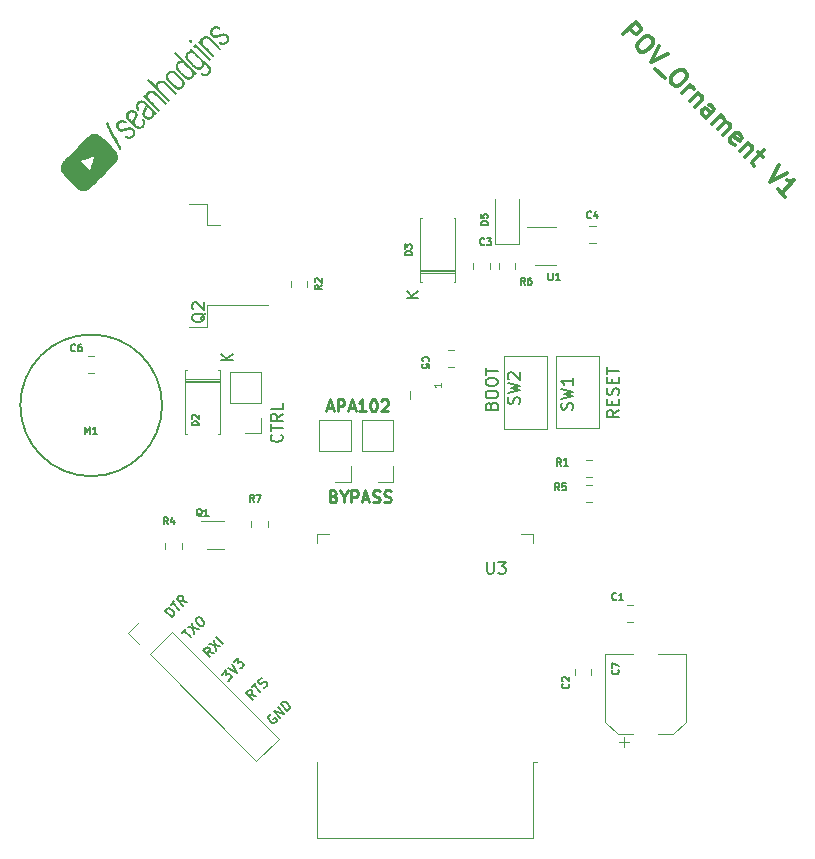
<source format=gbr>
G04 #@! TF.GenerationSoftware,KiCad,Pcbnew,(5.1.5)-3*
G04 #@! TF.CreationDate,2020-12-16T00:20:50-05:00*
G04 #@! TF.ProjectId,pov_ornament,706f765f-6f72-46e6-916d-656e742e6b69,rev?*
G04 #@! TF.SameCoordinates,Original*
G04 #@! TF.FileFunction,Legend,Top*
G04 #@! TF.FilePolarity,Positive*
%FSLAX46Y46*%
G04 Gerber Fmt 4.6, Leading zero omitted, Abs format (unit mm)*
G04 Created by KiCad (PCBNEW (5.1.5)-3) date 2020-12-16 00:20:50*
%MOMM*%
%LPD*%
G04 APERTURE LIST*
%ADD10C,0.300000*%
%ADD11C,0.250000*%
%ADD12C,0.150000*%
%ADD13C,0.010000*%
%ADD14C,0.120000*%
%ADD15C,0.100000*%
G04 APERTURE END LIST*
D10*
X151776394Y-74836038D02*
X152837054Y-73775378D01*
X153241115Y-74179439D01*
X153291622Y-74330962D01*
X153291622Y-74431977D01*
X153241115Y-74583500D01*
X153089592Y-74735023D01*
X152938069Y-74785531D01*
X152837054Y-74785531D01*
X152685531Y-74735023D01*
X152281470Y-74330962D01*
X154099744Y-75038069D02*
X154301775Y-75240099D01*
X154352283Y-75391622D01*
X154352283Y-75593653D01*
X154200760Y-75846191D01*
X153847206Y-76199744D01*
X153594668Y-76351267D01*
X153392638Y-76351267D01*
X153241115Y-76300760D01*
X153039084Y-76098729D01*
X152988577Y-75947206D01*
X152988577Y-75745176D01*
X153140099Y-75492638D01*
X153493653Y-75139084D01*
X153746191Y-74987561D01*
X153948222Y-74987561D01*
X154099744Y-75038069D01*
X154857359Y-75795683D02*
X154150252Y-77209897D01*
X155564466Y-76502790D01*
X154503805Y-77765481D02*
X155311927Y-78573603D01*
X156928172Y-77866496D02*
X157130202Y-78068527D01*
X157180710Y-78220049D01*
X157180710Y-78422080D01*
X157029187Y-78674618D01*
X156675633Y-79028172D01*
X156423095Y-79179694D01*
X156221065Y-79179694D01*
X156069542Y-79129187D01*
X155867511Y-78927156D01*
X155817004Y-78775633D01*
X155817004Y-78573603D01*
X155968527Y-78321065D01*
X156322080Y-77967511D01*
X156574618Y-77815988D01*
X156776649Y-77815988D01*
X156928172Y-77866496D01*
X156776649Y-79836294D02*
X157483755Y-79129187D01*
X157281725Y-79331217D02*
X157433248Y-79280710D01*
X157534263Y-79280710D01*
X157685786Y-79331217D01*
X157786801Y-79432233D01*
X158140355Y-79785786D02*
X157433248Y-80492893D01*
X158039339Y-79886801D02*
X158140355Y-79886801D01*
X158291877Y-79937309D01*
X158443400Y-80088832D01*
X158493908Y-80240355D01*
X158443400Y-80391877D01*
X157887816Y-80947461D01*
X158847461Y-81907106D02*
X159403045Y-81351522D01*
X159453553Y-81200000D01*
X159403045Y-81048477D01*
X159201015Y-80846446D01*
X159049492Y-80795938D01*
X158897969Y-81856599D02*
X158746446Y-81806091D01*
X158493908Y-81553553D01*
X158443400Y-81402030D01*
X158493908Y-81250507D01*
X158594923Y-81149492D01*
X158746446Y-81098984D01*
X158897969Y-81149492D01*
X159150507Y-81402030D01*
X159302030Y-81452538D01*
X159352538Y-82412183D02*
X160059644Y-81705076D01*
X159958629Y-81806091D02*
X160059644Y-81806091D01*
X160211167Y-81856599D01*
X160362690Y-82008122D01*
X160413198Y-82159644D01*
X160362690Y-82311167D01*
X159807106Y-82866751D01*
X160362690Y-82311167D02*
X160514213Y-82260660D01*
X160665736Y-82311167D01*
X160817259Y-82462690D01*
X160867766Y-82614213D01*
X160817259Y-82765736D01*
X160261675Y-83321320D01*
X161221320Y-84179950D02*
X161069797Y-84129442D01*
X160867766Y-83927411D01*
X160817259Y-83775888D01*
X160867766Y-83624366D01*
X161271827Y-83220305D01*
X161423350Y-83169797D01*
X161574873Y-83220305D01*
X161776904Y-83422335D01*
X161827411Y-83573858D01*
X161776904Y-83725381D01*
X161675888Y-83826396D01*
X161069797Y-83422335D01*
X162382995Y-84028427D02*
X161675888Y-84735533D01*
X162281980Y-84129442D02*
X162382995Y-84129442D01*
X162534518Y-84179950D01*
X162686041Y-84331472D01*
X162736549Y-84482995D01*
X162686041Y-84634518D01*
X162130457Y-85190102D01*
X163191117Y-84836549D02*
X163595178Y-85240610D01*
X163696194Y-84634518D02*
X162787056Y-85543655D01*
X162736549Y-85695178D01*
X162787056Y-85846701D01*
X162888072Y-85947716D01*
X164958884Y-85897209D02*
X164251777Y-87311422D01*
X165665991Y-86604316D01*
X165514468Y-88574113D02*
X164908377Y-87968022D01*
X165211422Y-88271067D02*
X166272083Y-87210407D01*
X166019544Y-87260915D01*
X165817514Y-87260915D01*
X165665991Y-87210407D01*
D11*
X127261904Y-113928571D02*
X127404761Y-113976190D01*
X127452380Y-114023809D01*
X127500000Y-114119047D01*
X127500000Y-114261904D01*
X127452380Y-114357142D01*
X127404761Y-114404761D01*
X127309523Y-114452380D01*
X126928571Y-114452380D01*
X126928571Y-113452380D01*
X127261904Y-113452380D01*
X127357142Y-113500000D01*
X127404761Y-113547619D01*
X127452380Y-113642857D01*
X127452380Y-113738095D01*
X127404761Y-113833333D01*
X127357142Y-113880952D01*
X127261904Y-113928571D01*
X126928571Y-113928571D01*
X128119047Y-113976190D02*
X128119047Y-114452380D01*
X127785714Y-113452380D02*
X128119047Y-113976190D01*
X128452380Y-113452380D01*
X128785714Y-114452380D02*
X128785714Y-113452380D01*
X129166666Y-113452380D01*
X129261904Y-113500000D01*
X129309523Y-113547619D01*
X129357142Y-113642857D01*
X129357142Y-113785714D01*
X129309523Y-113880952D01*
X129261904Y-113928571D01*
X129166666Y-113976190D01*
X128785714Y-113976190D01*
X129738095Y-114166666D02*
X130214285Y-114166666D01*
X129642857Y-114452380D02*
X129976190Y-113452380D01*
X130309523Y-114452380D01*
X130595238Y-114404761D02*
X130738095Y-114452380D01*
X130976190Y-114452380D01*
X131071428Y-114404761D01*
X131119047Y-114357142D01*
X131166666Y-114261904D01*
X131166666Y-114166666D01*
X131119047Y-114071428D01*
X131071428Y-114023809D01*
X130976190Y-113976190D01*
X130785714Y-113928571D01*
X130690476Y-113880952D01*
X130642857Y-113833333D01*
X130595238Y-113738095D01*
X130595238Y-113642857D01*
X130642857Y-113547619D01*
X130690476Y-113500000D01*
X130785714Y-113452380D01*
X131023809Y-113452380D01*
X131166666Y-113500000D01*
X131547619Y-114404761D02*
X131690476Y-114452380D01*
X131928571Y-114452380D01*
X132023809Y-114404761D01*
X132071428Y-114357142D01*
X132119047Y-114261904D01*
X132119047Y-114166666D01*
X132071428Y-114071428D01*
X132023809Y-114023809D01*
X131928571Y-113976190D01*
X131738095Y-113928571D01*
X131642857Y-113880952D01*
X131595238Y-113833333D01*
X131547619Y-113738095D01*
X131547619Y-113642857D01*
X131595238Y-113547619D01*
X131642857Y-113500000D01*
X131738095Y-113452380D01*
X131976190Y-113452380D01*
X132119047Y-113500000D01*
X126704761Y-106466666D02*
X127180952Y-106466666D01*
X126609523Y-106752380D02*
X126942857Y-105752380D01*
X127276190Y-106752380D01*
X127609523Y-106752380D02*
X127609523Y-105752380D01*
X127990476Y-105752380D01*
X128085714Y-105800000D01*
X128133333Y-105847619D01*
X128180952Y-105942857D01*
X128180952Y-106085714D01*
X128133333Y-106180952D01*
X128085714Y-106228571D01*
X127990476Y-106276190D01*
X127609523Y-106276190D01*
X128561904Y-106466666D02*
X129038095Y-106466666D01*
X128466666Y-106752380D02*
X128800000Y-105752380D01*
X129133333Y-106752380D01*
X129990476Y-106752380D02*
X129419047Y-106752380D01*
X129704761Y-106752380D02*
X129704761Y-105752380D01*
X129609523Y-105895238D01*
X129514285Y-105990476D01*
X129419047Y-106038095D01*
X130609523Y-105752380D02*
X130704761Y-105752380D01*
X130800000Y-105800000D01*
X130847619Y-105847619D01*
X130895238Y-105942857D01*
X130942857Y-106133333D01*
X130942857Y-106371428D01*
X130895238Y-106561904D01*
X130847619Y-106657142D01*
X130800000Y-106704761D01*
X130704761Y-106752380D01*
X130609523Y-106752380D01*
X130514285Y-106704761D01*
X130466666Y-106657142D01*
X130419047Y-106561904D01*
X130371428Y-106371428D01*
X130371428Y-106133333D01*
X130419047Y-105942857D01*
X130466666Y-105847619D01*
X130514285Y-105800000D01*
X130609523Y-105752380D01*
X131323809Y-105847619D02*
X131371428Y-105800000D01*
X131466666Y-105752380D01*
X131704761Y-105752380D01*
X131800000Y-105800000D01*
X131847619Y-105847619D01*
X131895238Y-105942857D01*
X131895238Y-106038095D01*
X131847619Y-106180952D01*
X131276190Y-106752380D01*
X131895238Y-106752380D01*
D12*
X122857142Y-108726190D02*
X122904761Y-108773809D01*
X122952380Y-108916666D01*
X122952380Y-109011904D01*
X122904761Y-109154761D01*
X122809523Y-109250000D01*
X122714285Y-109297619D01*
X122523809Y-109345238D01*
X122380952Y-109345238D01*
X122190476Y-109297619D01*
X122095238Y-109250000D01*
X122000000Y-109154761D01*
X121952380Y-109011904D01*
X121952380Y-108916666D01*
X122000000Y-108773809D01*
X122047619Y-108726190D01*
X121952380Y-108440476D02*
X121952380Y-107869047D01*
X122952380Y-108154761D02*
X121952380Y-108154761D01*
X122952380Y-106964285D02*
X122476190Y-107297619D01*
X122952380Y-107535714D02*
X121952380Y-107535714D01*
X121952380Y-107154761D01*
X122000000Y-107059523D01*
X122047619Y-107011904D01*
X122142857Y-106964285D01*
X122285714Y-106964285D01*
X122380952Y-107011904D01*
X122428571Y-107059523D01*
X122476190Y-107154761D01*
X122476190Y-107535714D01*
X122952380Y-106059523D02*
X122952380Y-106535714D01*
X121952380Y-106535714D01*
X121961158Y-132423155D02*
X121880346Y-132450093D01*
X121799534Y-132530905D01*
X121745659Y-132638654D01*
X121745659Y-132746404D01*
X121772597Y-132827216D01*
X121853409Y-132961903D01*
X121934221Y-133042715D01*
X122068908Y-133123528D01*
X122149720Y-133150465D01*
X122257470Y-133150465D01*
X122365219Y-133096590D01*
X122419094Y-133042715D01*
X122472969Y-132934966D01*
X122472969Y-132881091D01*
X122284407Y-132692529D01*
X122176658Y-132800279D01*
X122769280Y-132692529D02*
X122203595Y-132126844D01*
X123092529Y-132369280D01*
X122526844Y-131803595D01*
X123361903Y-132099906D02*
X122796218Y-131534221D01*
X122930905Y-131399534D01*
X123038654Y-131345659D01*
X123146404Y-131345659D01*
X123227216Y-131372597D01*
X123361903Y-131453409D01*
X123442715Y-131534221D01*
X123523528Y-131668908D01*
X123550465Y-131749720D01*
X123550465Y-131857470D01*
X123496590Y-131965219D01*
X123361903Y-132099906D01*
X120746125Y-130840685D02*
X120288189Y-130759873D01*
X120422876Y-131163934D02*
X119857190Y-130598248D01*
X120072690Y-130382749D01*
X120153502Y-130355812D01*
X120207377Y-130355812D01*
X120288189Y-130382749D01*
X120369001Y-130463561D01*
X120395938Y-130544374D01*
X120395938Y-130598248D01*
X120369001Y-130679061D01*
X120153502Y-130894560D01*
X120342064Y-130113375D02*
X120665312Y-129790126D01*
X121069374Y-130517436D02*
X120503688Y-129951751D01*
X121365685Y-130167250D02*
X121473435Y-130113375D01*
X121608122Y-129978688D01*
X121635059Y-129897876D01*
X121635059Y-129844001D01*
X121608122Y-129763189D01*
X121554247Y-129709314D01*
X121473435Y-129682377D01*
X121419560Y-129682377D01*
X121338748Y-129709314D01*
X121204061Y-129790126D01*
X121123248Y-129817064D01*
X121069374Y-129817064D01*
X120988561Y-129790126D01*
X120934687Y-129736251D01*
X120907749Y-129655439D01*
X120907749Y-129601564D01*
X120934687Y-129520752D01*
X121069374Y-129386065D01*
X121177123Y-129332190D01*
X117814847Y-129040592D02*
X118165033Y-128690406D01*
X118191971Y-129094467D01*
X118272783Y-129013654D01*
X118353595Y-128986717D01*
X118407470Y-128986717D01*
X118488282Y-129013654D01*
X118622969Y-129148341D01*
X118649906Y-129229154D01*
X118649906Y-129283028D01*
X118622969Y-129363841D01*
X118461345Y-129525465D01*
X118380532Y-129552402D01*
X118326658Y-129552402D01*
X118326658Y-128528781D02*
X119080905Y-128905905D01*
X118703781Y-128151658D01*
X118838468Y-128016971D02*
X119188654Y-127666784D01*
X119215592Y-128070845D01*
X119296404Y-127990033D01*
X119377216Y-127963096D01*
X119431091Y-127963096D01*
X119511903Y-127990033D01*
X119646590Y-128124720D01*
X119673528Y-128205532D01*
X119673528Y-128259407D01*
X119646590Y-128340219D01*
X119484966Y-128501844D01*
X119404154Y-128528781D01*
X119350279Y-128528781D01*
X117126937Y-127209873D02*
X116669001Y-127129061D01*
X116803688Y-127533122D02*
X116238003Y-126967436D01*
X116453502Y-126751937D01*
X116534314Y-126725000D01*
X116588189Y-126725000D01*
X116669001Y-126751937D01*
X116749813Y-126832749D01*
X116776751Y-126913561D01*
X116776751Y-126967436D01*
X116749813Y-127048248D01*
X116534314Y-127263748D01*
X116749813Y-126455625D02*
X117692622Y-126644187D01*
X117126937Y-126078502D02*
X117315499Y-127021311D01*
X117908122Y-126428688D02*
X117342436Y-125863003D01*
X114462910Y-125492529D02*
X114786158Y-125169280D01*
X115190219Y-125896590D02*
X114624534Y-125330905D01*
X114920845Y-125034593D02*
X115863654Y-125223155D01*
X115297969Y-124657470D02*
X115486531Y-125600279D01*
X115621218Y-124334221D02*
X115728967Y-124226471D01*
X115809780Y-124199534D01*
X115917529Y-124199534D01*
X116052216Y-124280346D01*
X116240778Y-124468908D01*
X116321590Y-124603595D01*
X116321590Y-124711345D01*
X116294653Y-124792157D01*
X116186903Y-124899906D01*
X116106091Y-124926844D01*
X115998341Y-124926844D01*
X115863654Y-124846032D01*
X115675093Y-124657470D01*
X115594280Y-124522783D01*
X115594280Y-124415033D01*
X115621218Y-124334221D01*
X113559407Y-124202402D02*
X112993722Y-123636717D01*
X113128409Y-123502030D01*
X113236158Y-123448155D01*
X113343908Y-123448155D01*
X113424720Y-123475093D01*
X113559407Y-123555905D01*
X113640219Y-123636717D01*
X113721032Y-123771404D01*
X113747969Y-123852216D01*
X113747969Y-123959966D01*
X113694094Y-124067715D01*
X113559407Y-124202402D01*
X113478595Y-123151844D02*
X113801844Y-122828595D01*
X114205905Y-123555905D02*
X113640219Y-122990219D01*
X114879340Y-122882470D02*
X114421404Y-122801658D01*
X114556091Y-123205719D02*
X113990406Y-122640033D01*
X114205905Y-122424534D01*
X114286717Y-122397597D01*
X114340592Y-122397597D01*
X114421404Y-122424534D01*
X114502216Y-122505346D01*
X114529154Y-122586158D01*
X114529154Y-122640033D01*
X114502216Y-122720845D01*
X114286717Y-122936345D01*
X151402380Y-106652380D02*
X150926190Y-106985714D01*
X151402380Y-107223809D02*
X150402380Y-107223809D01*
X150402380Y-106842857D01*
X150450000Y-106747619D01*
X150497619Y-106700000D01*
X150592857Y-106652380D01*
X150735714Y-106652380D01*
X150830952Y-106700000D01*
X150878571Y-106747619D01*
X150926190Y-106842857D01*
X150926190Y-107223809D01*
X150878571Y-106223809D02*
X150878571Y-105890476D01*
X151402380Y-105747619D02*
X151402380Y-106223809D01*
X150402380Y-106223809D01*
X150402380Y-105747619D01*
X151354761Y-105366666D02*
X151402380Y-105223809D01*
X151402380Y-104985714D01*
X151354761Y-104890476D01*
X151307142Y-104842857D01*
X151211904Y-104795238D01*
X151116666Y-104795238D01*
X151021428Y-104842857D01*
X150973809Y-104890476D01*
X150926190Y-104985714D01*
X150878571Y-105176190D01*
X150830952Y-105271428D01*
X150783333Y-105319047D01*
X150688095Y-105366666D01*
X150592857Y-105366666D01*
X150497619Y-105319047D01*
X150450000Y-105271428D01*
X150402380Y-105176190D01*
X150402380Y-104938095D01*
X150450000Y-104795238D01*
X150878571Y-104366666D02*
X150878571Y-104033333D01*
X151402380Y-103890476D02*
X151402380Y-104366666D01*
X150402380Y-104366666D01*
X150402380Y-103890476D01*
X150402380Y-103604761D02*
X150402380Y-103033333D01*
X151402380Y-103319047D02*
X150402380Y-103319047D01*
X140628571Y-106282142D02*
X140676190Y-106139285D01*
X140723809Y-106091666D01*
X140819047Y-106044047D01*
X140961904Y-106044047D01*
X141057142Y-106091666D01*
X141104761Y-106139285D01*
X141152380Y-106234523D01*
X141152380Y-106615476D01*
X140152380Y-106615476D01*
X140152380Y-106282142D01*
X140200000Y-106186904D01*
X140247619Y-106139285D01*
X140342857Y-106091666D01*
X140438095Y-106091666D01*
X140533333Y-106139285D01*
X140580952Y-106186904D01*
X140628571Y-106282142D01*
X140628571Y-106615476D01*
X140152380Y-105425000D02*
X140152380Y-105234523D01*
X140200000Y-105139285D01*
X140295238Y-105044047D01*
X140485714Y-104996428D01*
X140819047Y-104996428D01*
X141009523Y-105044047D01*
X141104761Y-105139285D01*
X141152380Y-105234523D01*
X141152380Y-105425000D01*
X141104761Y-105520238D01*
X141009523Y-105615476D01*
X140819047Y-105663095D01*
X140485714Y-105663095D01*
X140295238Y-105615476D01*
X140200000Y-105520238D01*
X140152380Y-105425000D01*
X140152380Y-104377380D02*
X140152380Y-104186904D01*
X140200000Y-104091666D01*
X140295238Y-103996428D01*
X140485714Y-103948809D01*
X140819047Y-103948809D01*
X141009523Y-103996428D01*
X141104761Y-104091666D01*
X141152380Y-104186904D01*
X141152380Y-104377380D01*
X141104761Y-104472619D01*
X141009523Y-104567857D01*
X140819047Y-104615476D01*
X140485714Y-104615476D01*
X140295238Y-104567857D01*
X140200000Y-104472619D01*
X140152380Y-104377380D01*
X140152380Y-103663095D02*
X140152380Y-103091666D01*
X141152380Y-103377380D02*
X140152380Y-103377380D01*
D13*
G36*
X115081107Y-75310228D02*
G01*
X115132254Y-75296675D01*
X115180352Y-75307626D01*
X115197835Y-75320556D01*
X115214706Y-75356260D01*
X115216261Y-75403053D01*
X115202768Y-75444322D01*
X115195687Y-75453281D01*
X115163592Y-75470120D01*
X115128251Y-75475759D01*
X115081769Y-75467599D01*
X115056571Y-75440002D01*
X115048575Y-75388289D01*
X115048554Y-75384448D01*
X115055339Y-75338079D01*
X115078415Y-75311758D01*
X115081107Y-75310228D01*
G37*
X115081107Y-75310228D02*
X115132254Y-75296675D01*
X115180352Y-75307626D01*
X115197835Y-75320556D01*
X115214706Y-75356260D01*
X115216261Y-75403053D01*
X115202768Y-75444322D01*
X115195687Y-75453281D01*
X115163592Y-75470120D01*
X115128251Y-75475759D01*
X115081769Y-75467599D01*
X115056571Y-75440002D01*
X115048575Y-75388289D01*
X115048554Y-75384448D01*
X115055339Y-75338079D01*
X115078415Y-75311758D01*
X115081107Y-75310228D01*
G36*
X116780438Y-76903160D02*
G01*
X116690524Y-76993074D01*
X115544108Y-75846658D01*
X115504770Y-75885996D01*
X115478222Y-75909822D01*
X115458626Y-75912611D01*
X115433829Y-75893555D01*
X115420474Y-75880377D01*
X115375517Y-75835419D01*
X115544107Y-75666829D01*
X116780438Y-76903160D01*
G37*
X116780438Y-76903160D02*
X116690524Y-76993074D01*
X115544108Y-75846658D01*
X115504770Y-75885996D01*
X115478222Y-75909822D01*
X115458626Y-75912611D01*
X115433829Y-75893555D01*
X115420474Y-75880377D01*
X115375517Y-75835419D01*
X115544107Y-75666829D01*
X116780438Y-76903160D01*
G36*
X116212112Y-75041603D02*
G01*
X116313921Y-74998870D01*
X116423372Y-74979906D01*
X116536058Y-74987175D01*
X116645452Y-75022162D01*
X116667361Y-75036899D01*
X116704961Y-75068473D01*
X116759278Y-75117857D01*
X116831343Y-75186030D01*
X116922184Y-75273967D01*
X117032831Y-75382643D01*
X117164312Y-75513037D01*
X117192630Y-75541241D01*
X117690827Y-76037728D01*
X117613248Y-76115308D01*
X117118168Y-75626942D01*
X116999235Y-75509686D01*
X116900647Y-75412748D01*
X116820143Y-75334091D01*
X116755470Y-75271679D01*
X116704368Y-75223475D01*
X116664579Y-75187441D01*
X116633846Y-75161542D01*
X116609914Y-75143738D01*
X116590522Y-75131996D01*
X116573413Y-75124275D01*
X116556333Y-75118540D01*
X116553935Y-75117815D01*
X116447123Y-75099962D01*
X116348222Y-75112895D01*
X116257282Y-75156605D01*
X116196933Y-75206957D01*
X116131137Y-75292148D01*
X116096107Y-75385338D01*
X116091856Y-75486476D01*
X116107792Y-75563958D01*
X116113414Y-75581203D01*
X116120744Y-75598169D01*
X116131822Y-75617111D01*
X116148684Y-75640286D01*
X116173367Y-75669953D01*
X116207910Y-75708366D01*
X116254348Y-75757786D01*
X116314721Y-75820467D01*
X116391064Y-75898666D01*
X116485416Y-75994642D01*
X116599814Y-76110651D01*
X116617021Y-76128089D01*
X117105489Y-76623067D01*
X117068470Y-76660085D01*
X117038775Y-76685620D01*
X117017247Y-76697059D01*
X117016465Y-76697104D01*
X117002716Y-76686176D01*
X116968649Y-76654757D01*
X116916364Y-76604897D01*
X116847964Y-76538648D01*
X116765546Y-76458056D01*
X116671211Y-76365173D01*
X116567060Y-76262050D01*
X116455192Y-76150734D01*
X116390807Y-76086432D01*
X115780134Y-75475759D01*
X115870049Y-75385844D01*
X115961024Y-75476819D01*
X115969370Y-75400869D01*
X115996571Y-75287737D01*
X116049032Y-75188504D01*
X116122347Y-75105637D01*
X116212112Y-75041603D01*
G37*
X116212112Y-75041603D02*
X116313921Y-74998870D01*
X116423372Y-74979906D01*
X116536058Y-74987175D01*
X116645452Y-75022162D01*
X116667361Y-75036899D01*
X116704961Y-75068473D01*
X116759278Y-75117857D01*
X116831343Y-75186030D01*
X116922184Y-75273967D01*
X117032831Y-75382643D01*
X117164312Y-75513037D01*
X117192630Y-75541241D01*
X117690827Y-76037728D01*
X117613248Y-76115308D01*
X117118168Y-75626942D01*
X116999235Y-75509686D01*
X116900647Y-75412748D01*
X116820143Y-75334091D01*
X116755470Y-75271679D01*
X116704368Y-75223475D01*
X116664579Y-75187441D01*
X116633846Y-75161542D01*
X116609914Y-75143738D01*
X116590522Y-75131996D01*
X116573413Y-75124275D01*
X116556333Y-75118540D01*
X116553935Y-75117815D01*
X116447123Y-75099962D01*
X116348222Y-75112895D01*
X116257282Y-75156605D01*
X116196933Y-75206957D01*
X116131137Y-75292148D01*
X116096107Y-75385338D01*
X116091856Y-75486476D01*
X116107792Y-75563958D01*
X116113414Y-75581203D01*
X116120744Y-75598169D01*
X116131822Y-75617111D01*
X116148684Y-75640286D01*
X116173367Y-75669953D01*
X116207910Y-75708366D01*
X116254348Y-75757786D01*
X116314721Y-75820467D01*
X116391064Y-75898666D01*
X116485416Y-75994642D01*
X116599814Y-76110651D01*
X116617021Y-76128089D01*
X117105489Y-76623067D01*
X117068470Y-76660085D01*
X117038775Y-76685620D01*
X117017247Y-76697059D01*
X117016465Y-76697104D01*
X117002716Y-76686176D01*
X116968649Y-76654757D01*
X116916364Y-76604897D01*
X116847964Y-76538648D01*
X116765546Y-76458056D01*
X116671211Y-76365173D01*
X116567060Y-76262050D01*
X116455192Y-76150734D01*
X116390807Y-76086432D01*
X115780134Y-75475759D01*
X115870049Y-75385844D01*
X115961024Y-75476819D01*
X115969370Y-75400869D01*
X115996571Y-75287737D01*
X116049032Y-75188504D01*
X116122347Y-75105637D01*
X116212112Y-75041603D01*
G36*
X112198981Y-79245154D02*
G01*
X112200291Y-79184647D01*
X112217462Y-79084883D01*
X112261529Y-78988145D01*
X112327765Y-78900703D01*
X112411441Y-78828821D01*
X112505948Y-78779463D01*
X112618898Y-78752527D01*
X112734431Y-78752337D01*
X112843283Y-78778687D01*
X112864302Y-78787516D01*
X112885607Y-78797734D01*
X112906563Y-78809544D01*
X112929491Y-78825079D01*
X112956711Y-78846474D01*
X112990542Y-78875862D01*
X113033306Y-78915380D01*
X113087323Y-78967161D01*
X113154912Y-79033339D01*
X113238395Y-79116048D01*
X113340092Y-79217425D01*
X113437826Y-79315104D01*
X113926996Y-79804274D01*
X113881359Y-79842933D01*
X113835724Y-79881592D01*
X113335571Y-79392680D01*
X112835420Y-78903767D01*
X112751124Y-78881886D01*
X112652926Y-78871506D01*
X112559463Y-78889421D01*
X112475516Y-78932134D01*
X112405865Y-78996151D01*
X112355289Y-79077973D01*
X112328568Y-79174106D01*
X112326688Y-79192305D01*
X112323790Y-79228275D01*
X112322391Y-79259285D01*
X112324295Y-79287771D01*
X112331305Y-79316170D01*
X112345225Y-79346918D01*
X112367858Y-79382451D01*
X112401008Y-79425206D01*
X112446477Y-79477618D01*
X112506069Y-79542126D01*
X112581589Y-79621164D01*
X112674837Y-79717170D01*
X112787620Y-79832580D01*
X112841039Y-79887212D01*
X113329952Y-80387363D01*
X113299172Y-80424828D01*
X113272503Y-80451460D01*
X113252341Y-80462293D01*
X113238851Y-80451313D01*
X113204651Y-80419505D01*
X113151467Y-80368561D01*
X113081025Y-80300177D01*
X112995050Y-80216048D01*
X112895265Y-80117867D01*
X112783397Y-80007329D01*
X112661170Y-79886129D01*
X112530308Y-79755960D01*
X112392539Y-79618519D01*
X112344633Y-79570636D01*
X111452977Y-78678980D01*
X111542892Y-78589065D01*
X112198981Y-79245154D01*
G37*
X112198981Y-79245154D02*
X112200291Y-79184647D01*
X112217462Y-79084883D01*
X112261529Y-78988145D01*
X112327765Y-78900703D01*
X112411441Y-78828821D01*
X112505948Y-78779463D01*
X112618898Y-78752527D01*
X112734431Y-78752337D01*
X112843283Y-78778687D01*
X112864302Y-78787516D01*
X112885607Y-78797734D01*
X112906563Y-78809544D01*
X112929491Y-78825079D01*
X112956711Y-78846474D01*
X112990542Y-78875862D01*
X113033306Y-78915380D01*
X113087323Y-78967161D01*
X113154912Y-79033339D01*
X113238395Y-79116048D01*
X113340092Y-79217425D01*
X113437826Y-79315104D01*
X113926996Y-79804274D01*
X113881359Y-79842933D01*
X113835724Y-79881592D01*
X113335571Y-79392680D01*
X112835420Y-78903767D01*
X112751124Y-78881886D01*
X112652926Y-78871506D01*
X112559463Y-78889421D01*
X112475516Y-78932134D01*
X112405865Y-78996151D01*
X112355289Y-79077973D01*
X112328568Y-79174106D01*
X112326688Y-79192305D01*
X112323790Y-79228275D01*
X112322391Y-79259285D01*
X112324295Y-79287771D01*
X112331305Y-79316170D01*
X112345225Y-79346918D01*
X112367858Y-79382451D01*
X112401008Y-79425206D01*
X112446477Y-79477618D01*
X112506069Y-79542126D01*
X112581589Y-79621164D01*
X112674837Y-79717170D01*
X112787620Y-79832580D01*
X112841039Y-79887212D01*
X113329952Y-80387363D01*
X113299172Y-80424828D01*
X113272503Y-80451460D01*
X113252341Y-80462293D01*
X113238851Y-80451313D01*
X113204651Y-80419505D01*
X113151467Y-80368561D01*
X113081025Y-80300177D01*
X112995050Y-80216048D01*
X112895265Y-80117867D01*
X112783397Y-80007329D01*
X112661170Y-79886129D01*
X112530308Y-79755960D01*
X112392539Y-79618519D01*
X112344633Y-79570636D01*
X111452977Y-78678980D01*
X111542892Y-78589065D01*
X112198981Y-79245154D01*
G36*
X111566277Y-79672889D02*
G01*
X111654422Y-79624929D01*
X111744467Y-79601936D01*
X111845770Y-79596592D01*
X111946077Y-79608333D01*
X112033131Y-79636600D01*
X112045474Y-79642868D01*
X112067628Y-79656423D01*
X112094489Y-79676196D01*
X112128242Y-79704241D01*
X112171071Y-79742606D01*
X112225163Y-79793345D01*
X112292704Y-79858508D01*
X112375877Y-79940145D01*
X112476870Y-80040310D01*
X112597867Y-80161051D01*
X113084043Y-80647226D01*
X113038406Y-80685885D01*
X112992770Y-80724545D01*
X112492619Y-80235632D01*
X112369075Y-80114849D01*
X112265941Y-80014330D01*
X112180792Y-79932224D01*
X112111203Y-79866680D01*
X112054751Y-79815846D01*
X112009010Y-79777870D01*
X111971556Y-79750898D01*
X111939963Y-79733081D01*
X111911808Y-79722565D01*
X111884665Y-79717499D01*
X111856110Y-79716031D01*
X111823718Y-79716310D01*
X111812865Y-79716457D01*
X111751440Y-79726325D01*
X111681154Y-79750808D01*
X111616308Y-79783991D01*
X111576610Y-79814156D01*
X111540692Y-79863451D01*
X111508523Y-79930159D01*
X111486019Y-79999977D01*
X111478911Y-80050411D01*
X111478470Y-80084431D01*
X111479218Y-80113885D01*
X111483008Y-80141197D01*
X111491690Y-80168793D01*
X111507118Y-80199097D01*
X111531142Y-80234533D01*
X111565615Y-80277528D01*
X111612389Y-80330506D01*
X111673315Y-80395890D01*
X111750247Y-80476105D01*
X111845034Y-80573576D01*
X111959530Y-80690728D01*
X111998087Y-80730164D01*
X112486999Y-81230317D01*
X112448340Y-81275952D01*
X112409681Y-81321589D01*
X111171993Y-80083901D01*
X111261908Y-79993986D01*
X111356029Y-80088107D01*
X111357338Y-80027599D01*
X111374389Y-79929110D01*
X111418109Y-79832806D01*
X111483679Y-79745221D01*
X111566277Y-79672889D01*
G37*
X111566277Y-79672889D02*
X111654422Y-79624929D01*
X111744467Y-79601936D01*
X111845770Y-79596592D01*
X111946077Y-79608333D01*
X112033131Y-79636600D01*
X112045474Y-79642868D01*
X112067628Y-79656423D01*
X112094489Y-79676196D01*
X112128242Y-79704241D01*
X112171071Y-79742606D01*
X112225163Y-79793345D01*
X112292704Y-79858508D01*
X112375877Y-79940145D01*
X112476870Y-80040310D01*
X112597867Y-80161051D01*
X113084043Y-80647226D01*
X113038406Y-80685885D01*
X112992770Y-80724545D01*
X112492619Y-80235632D01*
X112369075Y-80114849D01*
X112265941Y-80014330D01*
X112180792Y-79932224D01*
X112111203Y-79866680D01*
X112054751Y-79815846D01*
X112009010Y-79777870D01*
X111971556Y-79750898D01*
X111939963Y-79733081D01*
X111911808Y-79722565D01*
X111884665Y-79717499D01*
X111856110Y-79716031D01*
X111823718Y-79716310D01*
X111812865Y-79716457D01*
X111751440Y-79726325D01*
X111681154Y-79750808D01*
X111616308Y-79783991D01*
X111576610Y-79814156D01*
X111540692Y-79863451D01*
X111508523Y-79930159D01*
X111486019Y-79999977D01*
X111478911Y-80050411D01*
X111478470Y-80084431D01*
X111479218Y-80113885D01*
X111483008Y-80141197D01*
X111491690Y-80168793D01*
X111507118Y-80199097D01*
X111531142Y-80234533D01*
X111565615Y-80277528D01*
X111612389Y-80330506D01*
X111673315Y-80395890D01*
X111750247Y-80476105D01*
X111845034Y-80573576D01*
X111959530Y-80690728D01*
X111998087Y-80730164D01*
X112486999Y-81230317D01*
X112448340Y-81275952D01*
X112409681Y-81321589D01*
X111171993Y-80083901D01*
X111261908Y-79993986D01*
X111356029Y-80088107D01*
X111357338Y-80027599D01*
X111374389Y-79929110D01*
X111418109Y-79832806D01*
X111483679Y-79745221D01*
X111566277Y-79672889D01*
G36*
X108002916Y-82334721D02*
G01*
X108007821Y-82330573D01*
X108050615Y-82294890D01*
X108633066Y-83364627D01*
X108726070Y-83535509D01*
X108814798Y-83698662D01*
X108898052Y-83851880D01*
X108974636Y-83992955D01*
X109043354Y-84119679D01*
X109103009Y-84229844D01*
X109152406Y-84321244D01*
X109190349Y-84391670D01*
X109215641Y-84438915D01*
X109227085Y-84460772D01*
X109227521Y-84461696D01*
X109226621Y-84493035D01*
X109199837Y-84528719D01*
X109172588Y-84553788D01*
X109156746Y-84564267D01*
X109155778Y-84564042D01*
X109147120Y-84549193D01*
X109124758Y-84509048D01*
X109090100Y-84446195D01*
X109044553Y-84363220D01*
X108989523Y-84262707D01*
X108926419Y-84147244D01*
X108856645Y-84019417D01*
X108781611Y-83881813D01*
X108702720Y-83737017D01*
X108621383Y-83587617D01*
X108539004Y-83436198D01*
X108456989Y-83285349D01*
X108376748Y-83137652D01*
X108299687Y-82995697D01*
X108227211Y-82862069D01*
X108160728Y-82739354D01*
X108101644Y-82630139D01*
X108051367Y-82537010D01*
X108011304Y-82462553D01*
X107982862Y-82409356D01*
X107967445Y-82380004D01*
X107965026Y-82374935D01*
X107976003Y-82359995D01*
X108002916Y-82334721D01*
G37*
X108002916Y-82334721D02*
X108007821Y-82330573D01*
X108050615Y-82294890D01*
X108633066Y-83364627D01*
X108726070Y-83535509D01*
X108814798Y-83698662D01*
X108898052Y-83851880D01*
X108974636Y-83992955D01*
X109043354Y-84119679D01*
X109103009Y-84229844D01*
X109152406Y-84321244D01*
X109190349Y-84391670D01*
X109215641Y-84438915D01*
X109227085Y-84460772D01*
X109227521Y-84461696D01*
X109226621Y-84493035D01*
X109199837Y-84528719D01*
X109172588Y-84553788D01*
X109156746Y-84564267D01*
X109155778Y-84564042D01*
X109147120Y-84549193D01*
X109124758Y-84509048D01*
X109090100Y-84446195D01*
X109044553Y-84363220D01*
X108989523Y-84262707D01*
X108926419Y-84147244D01*
X108856645Y-84019417D01*
X108781611Y-83881813D01*
X108702720Y-83737017D01*
X108621383Y-83587617D01*
X108539004Y-83436198D01*
X108456989Y-83285349D01*
X108376748Y-83137652D01*
X108299687Y-82995697D01*
X108227211Y-82862069D01*
X108160728Y-82739354D01*
X108101644Y-82630139D01*
X108051367Y-82537010D01*
X108011304Y-82462553D01*
X107982862Y-82409356D01*
X107967445Y-82380004D01*
X107965026Y-82374935D01*
X107976003Y-82359995D01*
X108002916Y-82334721D01*
G36*
X117046471Y-74201537D02*
G01*
X117152950Y-74154882D01*
X117265779Y-74135853D01*
X117379864Y-74144714D01*
X117490109Y-74181725D01*
X117586236Y-74242865D01*
X117609002Y-74265094D01*
X117609755Y-74284885D01*
X117588459Y-74314438D01*
X117586013Y-74317339D01*
X117559767Y-74344840D01*
X117538396Y-74349850D01*
X117508349Y-74333901D01*
X117498492Y-74327229D01*
X117400465Y-74276970D01*
X117300609Y-74257191D01*
X117202586Y-74267597D01*
X117110057Y-74307897D01*
X117039886Y-74364004D01*
X116974604Y-74449240D01*
X116939311Y-74542355D01*
X116934231Y-74640069D01*
X116959588Y-74739098D01*
X117008413Y-74826353D01*
X117043716Y-74866732D01*
X117087272Y-74893959D01*
X117125164Y-74908840D01*
X117171237Y-74919763D01*
X117225630Y-74921989D01*
X117292378Y-74914824D01*
X117375521Y-74897571D01*
X117479095Y-74869532D01*
X117607136Y-74830012D01*
X117635877Y-74820720D01*
X117785312Y-74779933D01*
X117914313Y-74762055D01*
X118024824Y-74767414D01*
X118118785Y-74796340D01*
X118198140Y-74849157D01*
X118264827Y-74926195D01*
X118265278Y-74926855D01*
X118318029Y-75030273D01*
X118343510Y-75140861D01*
X118342916Y-75253246D01*
X118317440Y-75362054D01*
X118268278Y-75461913D01*
X118196623Y-75547452D01*
X118113917Y-75607737D01*
X118009383Y-75650900D01*
X117898995Y-75669386D01*
X117789339Y-75663796D01*
X117686996Y-75634732D01*
X117598549Y-75582798D01*
X117570812Y-75558052D01*
X117547481Y-75530751D01*
X117547916Y-75509981D01*
X117571563Y-75482630D01*
X117599241Y-75459294D01*
X117622887Y-75457485D01*
X117656393Y-75476525D01*
X117659084Y-75478359D01*
X117751719Y-75524902D01*
X117851231Y-75545554D01*
X117950015Y-75539704D01*
X118036785Y-75508761D01*
X118122634Y-75447882D01*
X118181005Y-75371776D01*
X118212932Y-75278679D01*
X118220148Y-75195292D01*
X118216456Y-75124838D01*
X118202732Y-75070476D01*
X118175005Y-75017092D01*
X118172109Y-75012483D01*
X118134518Y-74960893D01*
X118093385Y-74922594D01*
X118045287Y-74897473D01*
X117986802Y-74885417D01*
X117914510Y-74886316D01*
X117824987Y-74900058D01*
X117714812Y-74926530D01*
X117580563Y-74965620D01*
X117501275Y-74990522D01*
X117389420Y-75019856D01*
X117279585Y-75036973D01*
X117179551Y-75041252D01*
X117097101Y-75032072D01*
X117071557Y-75024769D01*
X117010022Y-74990093D01*
X116947068Y-74933273D01*
X116890061Y-74862715D01*
X116846364Y-74786828D01*
X116832612Y-74751993D01*
X116811388Y-74638536D01*
X116819519Y-74523509D01*
X116855499Y-74412957D01*
X116917818Y-74312929D01*
X116951438Y-74275555D01*
X117046471Y-74201537D01*
G37*
X117046471Y-74201537D02*
X117152950Y-74154882D01*
X117265779Y-74135853D01*
X117379864Y-74144714D01*
X117490109Y-74181725D01*
X117586236Y-74242865D01*
X117609002Y-74265094D01*
X117609755Y-74284885D01*
X117588459Y-74314438D01*
X117586013Y-74317339D01*
X117559767Y-74344840D01*
X117538396Y-74349850D01*
X117508349Y-74333901D01*
X117498492Y-74327229D01*
X117400465Y-74276970D01*
X117300609Y-74257191D01*
X117202586Y-74267597D01*
X117110057Y-74307897D01*
X117039886Y-74364004D01*
X116974604Y-74449240D01*
X116939311Y-74542355D01*
X116934231Y-74640069D01*
X116959588Y-74739098D01*
X117008413Y-74826353D01*
X117043716Y-74866732D01*
X117087272Y-74893959D01*
X117125164Y-74908840D01*
X117171237Y-74919763D01*
X117225630Y-74921989D01*
X117292378Y-74914824D01*
X117375521Y-74897571D01*
X117479095Y-74869532D01*
X117607136Y-74830012D01*
X117635877Y-74820720D01*
X117785312Y-74779933D01*
X117914313Y-74762055D01*
X118024824Y-74767414D01*
X118118785Y-74796340D01*
X118198140Y-74849157D01*
X118264827Y-74926195D01*
X118265278Y-74926855D01*
X118318029Y-75030273D01*
X118343510Y-75140861D01*
X118342916Y-75253246D01*
X118317440Y-75362054D01*
X118268278Y-75461913D01*
X118196623Y-75547452D01*
X118113917Y-75607737D01*
X118009383Y-75650900D01*
X117898995Y-75669386D01*
X117789339Y-75663796D01*
X117686996Y-75634732D01*
X117598549Y-75582798D01*
X117570812Y-75558052D01*
X117547481Y-75530751D01*
X117547916Y-75509981D01*
X117571563Y-75482630D01*
X117599241Y-75459294D01*
X117622887Y-75457485D01*
X117656393Y-75476525D01*
X117659084Y-75478359D01*
X117751719Y-75524902D01*
X117851231Y-75545554D01*
X117950015Y-75539704D01*
X118036785Y-75508761D01*
X118122634Y-75447882D01*
X118181005Y-75371776D01*
X118212932Y-75278679D01*
X118220148Y-75195292D01*
X118216456Y-75124838D01*
X118202732Y-75070476D01*
X118175005Y-75017092D01*
X118172109Y-75012483D01*
X118134518Y-74960893D01*
X118093385Y-74922594D01*
X118045287Y-74897473D01*
X117986802Y-74885417D01*
X117914510Y-74886316D01*
X117824987Y-74900058D01*
X117714812Y-74926530D01*
X117580563Y-74965620D01*
X117501275Y-74990522D01*
X117389420Y-75019856D01*
X117279585Y-75036973D01*
X117179551Y-75041252D01*
X117097101Y-75032072D01*
X117071557Y-75024769D01*
X117010022Y-74990093D01*
X116947068Y-74933273D01*
X116890061Y-74862715D01*
X116846364Y-74786828D01*
X116832612Y-74751993D01*
X116811388Y-74638536D01*
X116819519Y-74523509D01*
X116855499Y-74412957D01*
X116917818Y-74312929D01*
X116951438Y-74275555D01*
X117046471Y-74201537D01*
G36*
X115611544Y-78117012D02*
G01*
X115572206Y-78156349D01*
X115547153Y-78179323D01*
X115528515Y-78183642D01*
X115505604Y-78167874D01*
X115481346Y-78144165D01*
X115429824Y-78092643D01*
X115420681Y-78171431D01*
X115410156Y-78231836D01*
X115394636Y-78289547D01*
X115388541Y-78306224D01*
X115351536Y-78372778D01*
X115297981Y-78441221D01*
X115238263Y-78499305D01*
X115203562Y-78524232D01*
X115095479Y-78571896D01*
X114978852Y-78593103D01*
X114861586Y-78587299D01*
X114755633Y-78555746D01*
X114732626Y-78544633D01*
X114709139Y-78530630D01*
X114682397Y-78511228D01*
X114649620Y-78483918D01*
X114608029Y-78446190D01*
X114554846Y-78395534D01*
X114487292Y-78329441D01*
X114402589Y-78245402D01*
X114313397Y-78156349D01*
X114309090Y-78152042D01*
X114393246Y-78067886D01*
X114476005Y-78150251D01*
X114556322Y-78228813D01*
X114630543Y-78299911D01*
X114695013Y-78359887D01*
X114746082Y-78405084D01*
X114780094Y-78431841D01*
X114785419Y-78435174D01*
X114833154Y-78453291D01*
X114895795Y-78465915D01*
X114937542Y-78469408D01*
X115043879Y-78458192D01*
X115136096Y-78419995D01*
X115210940Y-78356932D01*
X115265157Y-78271122D01*
X115273418Y-78250939D01*
X115298240Y-78161139D01*
X115299530Y-78077981D01*
X115283886Y-78006334D01*
X115277326Y-77986394D01*
X115268762Y-77967172D01*
X115255757Y-77945924D01*
X115235876Y-77919903D01*
X115206684Y-77886366D01*
X115165744Y-77842568D01*
X115110622Y-77785763D01*
X115038881Y-77713209D01*
X114948085Y-77622159D01*
X114902582Y-77576640D01*
X114542041Y-77216099D01*
X114453007Y-77195096D01*
X114356288Y-77185400D01*
X114274940Y-77195095D01*
X114184322Y-77231573D01*
X114110056Y-77291017D01*
X114054667Y-77367771D01*
X114020686Y-77456174D01*
X114010639Y-77550567D01*
X114027054Y-77645290D01*
X114049988Y-77698692D01*
X114070680Y-77727050D01*
X114110850Y-77773557D01*
X114166846Y-77834552D01*
X114235013Y-77906378D01*
X114311697Y-77985376D01*
X114393246Y-78067886D01*
X114309090Y-78152042D01*
X113948118Y-77791069D01*
X113915429Y-77695303D01*
X113890265Y-77575259D01*
X113895309Y-77456426D01*
X113929456Y-77343559D01*
X113991595Y-77241416D01*
X114031551Y-77197089D01*
X114112579Y-77130912D01*
X114200980Y-77088029D01*
X114295156Y-77064748D01*
X114386415Y-77049234D01*
X113734569Y-76397388D01*
X113813245Y-76318713D01*
X115611544Y-78117012D01*
G37*
X115611544Y-78117012D02*
X115572206Y-78156349D01*
X115547153Y-78179323D01*
X115528515Y-78183642D01*
X115505604Y-78167874D01*
X115481346Y-78144165D01*
X115429824Y-78092643D01*
X115420681Y-78171431D01*
X115410156Y-78231836D01*
X115394636Y-78289547D01*
X115388541Y-78306224D01*
X115351536Y-78372778D01*
X115297981Y-78441221D01*
X115238263Y-78499305D01*
X115203562Y-78524232D01*
X115095479Y-78571896D01*
X114978852Y-78593103D01*
X114861586Y-78587299D01*
X114755633Y-78555746D01*
X114732626Y-78544633D01*
X114709139Y-78530630D01*
X114682397Y-78511228D01*
X114649620Y-78483918D01*
X114608029Y-78446190D01*
X114554846Y-78395534D01*
X114487292Y-78329441D01*
X114402589Y-78245402D01*
X114313397Y-78156349D01*
X114309090Y-78152042D01*
X114393246Y-78067886D01*
X114476005Y-78150251D01*
X114556322Y-78228813D01*
X114630543Y-78299911D01*
X114695013Y-78359887D01*
X114746082Y-78405084D01*
X114780094Y-78431841D01*
X114785419Y-78435174D01*
X114833154Y-78453291D01*
X114895795Y-78465915D01*
X114937542Y-78469408D01*
X115043879Y-78458192D01*
X115136096Y-78419995D01*
X115210940Y-78356932D01*
X115265157Y-78271122D01*
X115273418Y-78250939D01*
X115298240Y-78161139D01*
X115299530Y-78077981D01*
X115283886Y-78006334D01*
X115277326Y-77986394D01*
X115268762Y-77967172D01*
X115255757Y-77945924D01*
X115235876Y-77919903D01*
X115206684Y-77886366D01*
X115165744Y-77842568D01*
X115110622Y-77785763D01*
X115038881Y-77713209D01*
X114948085Y-77622159D01*
X114902582Y-77576640D01*
X114542041Y-77216099D01*
X114453007Y-77195096D01*
X114356288Y-77185400D01*
X114274940Y-77195095D01*
X114184322Y-77231573D01*
X114110056Y-77291017D01*
X114054667Y-77367771D01*
X114020686Y-77456174D01*
X114010639Y-77550567D01*
X114027054Y-77645290D01*
X114049988Y-77698692D01*
X114070680Y-77727050D01*
X114110850Y-77773557D01*
X114166846Y-77834552D01*
X114235013Y-77906378D01*
X114311697Y-77985376D01*
X114393246Y-78067886D01*
X114309090Y-78152042D01*
X113948118Y-77791069D01*
X113915429Y-77695303D01*
X113890265Y-77575259D01*
X113895309Y-77456426D01*
X113929456Y-77343559D01*
X113991595Y-77241416D01*
X114031551Y-77197089D01*
X114112579Y-77130912D01*
X114200980Y-77088029D01*
X114295156Y-77064748D01*
X114386415Y-77049234D01*
X113734569Y-76397388D01*
X113813245Y-76318713D01*
X115611544Y-78117012D01*
G36*
X113310232Y-77953412D02*
G01*
X113411439Y-77916490D01*
X113519624Y-77903651D01*
X113630914Y-77917473D01*
X113728651Y-77953891D01*
X113751759Y-77966885D01*
X113777681Y-77984873D01*
X113809074Y-78010334D01*
X113848597Y-78045747D01*
X113898904Y-78093590D01*
X113962655Y-78156343D01*
X114042506Y-78236485D01*
X114141114Y-78336495D01*
X114166869Y-78362712D01*
X114266912Y-78464707D01*
X114347026Y-78546810D01*
X114409602Y-78611765D01*
X114457029Y-78662319D01*
X114491698Y-78701214D01*
X114516000Y-78731198D01*
X114532326Y-78755014D01*
X114543064Y-78775406D01*
X114550608Y-78795120D01*
X114554662Y-78807989D01*
X114579089Y-78932602D01*
X114573693Y-79048937D01*
X114556542Y-79114731D01*
X114516160Y-79200572D01*
X114458915Y-79280698D01*
X114392500Y-79345620D01*
X114343305Y-79377630D01*
X114257676Y-79414753D01*
X114179828Y-79433397D01*
X114094548Y-79437029D01*
X114084361Y-79436672D01*
X114036144Y-79433923D01*
X113993775Y-79428471D01*
X113954193Y-79418142D01*
X113914333Y-79400761D01*
X113871132Y-79374156D01*
X113821527Y-79336150D01*
X113762454Y-79284571D01*
X113690849Y-79217243D01*
X113603651Y-79131992D01*
X113497794Y-79026644D01*
X113487305Y-79016158D01*
X113571908Y-78931556D01*
X113669039Y-79028385D01*
X113746678Y-79105153D01*
X113807683Y-79164406D01*
X113854907Y-79208690D01*
X113891207Y-79240554D01*
X113919440Y-79262546D01*
X113942461Y-79277213D01*
X113963123Y-79287102D01*
X113975846Y-79291895D01*
X114083838Y-79315370D01*
X114184888Y-79309617D01*
X114275378Y-79276347D01*
X114351695Y-79217274D01*
X114410223Y-79134108D01*
X114434945Y-79074443D01*
X114454411Y-78972350D01*
X114450041Y-78900058D01*
X114435094Y-78817535D01*
X113665491Y-78047933D01*
X113588509Y-78032264D01*
X113487808Y-78026561D01*
X113393993Y-78048804D01*
X113311190Y-78095270D01*
X113243523Y-78162233D01*
X113195117Y-78245972D01*
X113170099Y-78342762D01*
X113168370Y-78411527D01*
X113178345Y-78470798D01*
X113197270Y-78527126D01*
X113203878Y-78540314D01*
X113224357Y-78567594D01*
X113265417Y-78614474D01*
X113324744Y-78678493D01*
X113400027Y-78757196D01*
X113488952Y-78848122D01*
X113571908Y-78931556D01*
X113487305Y-79016158D01*
X113476064Y-79004921D01*
X113366867Y-78895364D01*
X113278180Y-78805046D01*
X113207818Y-78730946D01*
X113153593Y-78670045D01*
X113113318Y-78619323D01*
X113084806Y-78575762D01*
X113065870Y-78536342D01*
X113054323Y-78498043D01*
X113047978Y-78457846D01*
X113044649Y-78412732D01*
X113044458Y-78409048D01*
X113052664Y-78290374D01*
X113087217Y-78182896D01*
X113144247Y-78089192D01*
X113219875Y-78011838D01*
X113310232Y-77953412D01*
G37*
X113310232Y-77953412D02*
X113411439Y-77916490D01*
X113519624Y-77903651D01*
X113630914Y-77917473D01*
X113728651Y-77953891D01*
X113751759Y-77966885D01*
X113777681Y-77984873D01*
X113809074Y-78010334D01*
X113848597Y-78045747D01*
X113898904Y-78093590D01*
X113962655Y-78156343D01*
X114042506Y-78236485D01*
X114141114Y-78336495D01*
X114166869Y-78362712D01*
X114266912Y-78464707D01*
X114347026Y-78546810D01*
X114409602Y-78611765D01*
X114457029Y-78662319D01*
X114491698Y-78701214D01*
X114516000Y-78731198D01*
X114532326Y-78755014D01*
X114543064Y-78775406D01*
X114550608Y-78795120D01*
X114554662Y-78807989D01*
X114579089Y-78932602D01*
X114573693Y-79048937D01*
X114556542Y-79114731D01*
X114516160Y-79200572D01*
X114458915Y-79280698D01*
X114392500Y-79345620D01*
X114343305Y-79377630D01*
X114257676Y-79414753D01*
X114179828Y-79433397D01*
X114094548Y-79437029D01*
X114084361Y-79436672D01*
X114036144Y-79433923D01*
X113993775Y-79428471D01*
X113954193Y-79418142D01*
X113914333Y-79400761D01*
X113871132Y-79374156D01*
X113821527Y-79336150D01*
X113762454Y-79284571D01*
X113690849Y-79217243D01*
X113603651Y-79131992D01*
X113497794Y-79026644D01*
X113487305Y-79016158D01*
X113571908Y-78931556D01*
X113669039Y-79028385D01*
X113746678Y-79105153D01*
X113807683Y-79164406D01*
X113854907Y-79208690D01*
X113891207Y-79240554D01*
X113919440Y-79262546D01*
X113942461Y-79277213D01*
X113963123Y-79287102D01*
X113975846Y-79291895D01*
X114083838Y-79315370D01*
X114184888Y-79309617D01*
X114275378Y-79276347D01*
X114351695Y-79217274D01*
X114410223Y-79134108D01*
X114434945Y-79074443D01*
X114454411Y-78972350D01*
X114450041Y-78900058D01*
X114435094Y-78817535D01*
X113665491Y-78047933D01*
X113588509Y-78032264D01*
X113487808Y-78026561D01*
X113393993Y-78048804D01*
X113311190Y-78095270D01*
X113243523Y-78162233D01*
X113195117Y-78245972D01*
X113170099Y-78342762D01*
X113168370Y-78411527D01*
X113178345Y-78470798D01*
X113197270Y-78527126D01*
X113203878Y-78540314D01*
X113224357Y-78567594D01*
X113265417Y-78614474D01*
X113324744Y-78678493D01*
X113400027Y-78757196D01*
X113488952Y-78848122D01*
X113571908Y-78931556D01*
X113487305Y-79016158D01*
X113476064Y-79004921D01*
X113366867Y-78895364D01*
X113278180Y-78805046D01*
X113207818Y-78730946D01*
X113153593Y-78670045D01*
X113113318Y-78619323D01*
X113084806Y-78575762D01*
X113065870Y-78536342D01*
X113054323Y-78498043D01*
X113047978Y-78457846D01*
X113044649Y-78412732D01*
X113044458Y-78409048D01*
X113052664Y-78290374D01*
X113087217Y-78182896D01*
X113144247Y-78089192D01*
X113219875Y-78011838D01*
X113310232Y-77953412D01*
G36*
X110756385Y-80491370D02*
G01*
X110856227Y-80447991D01*
X110965798Y-80430109D01*
X111081422Y-80440143D01*
X111152215Y-80460587D01*
X111170948Y-80467875D01*
X111189121Y-80476582D01*
X111208985Y-80488768D01*
X111232786Y-80506496D01*
X111262772Y-80531824D01*
X111301192Y-80566813D01*
X111350294Y-80613526D01*
X111412326Y-80674021D01*
X111489536Y-80750361D01*
X111584172Y-80844604D01*
X111698482Y-80958812D01*
X111728341Y-80988670D01*
X112228493Y-81488822D01*
X112189155Y-81528160D01*
X112163113Y-81551361D01*
X112142373Y-81555335D01*
X112115061Y-81539596D01*
X112095388Y-81524307D01*
X112040958Y-81481117D01*
X112042797Y-81535744D01*
X112032664Y-81610925D01*
X112001301Y-81694091D01*
X111954144Y-81775910D01*
X111896618Y-81847049D01*
X111834158Y-81898176D01*
X111830670Y-81900233D01*
X111713938Y-81951375D01*
X111595078Y-81972664D01*
X111477836Y-81963829D01*
X111382729Y-81932651D01*
X111303226Y-81886363D01*
X111225959Y-81823761D01*
X111172367Y-81766951D01*
X111262051Y-81677268D01*
X111314696Y-81729586D01*
X111320159Y-81734665D01*
X111373076Y-81782083D01*
X111412546Y-81812104D01*
X111447429Y-81829988D01*
X111486580Y-81840991D01*
X111505486Y-81844655D01*
X111608391Y-81848231D01*
X111704787Y-81823371D01*
X111789612Y-81773396D01*
X111857802Y-81701626D01*
X111904296Y-81611381D01*
X111914406Y-81576467D01*
X111923860Y-81494765D01*
X111910522Y-81412378D01*
X111906217Y-81397947D01*
X111895435Y-81364977D01*
X111884064Y-81337375D01*
X111868628Y-81310734D01*
X111845654Y-81280651D01*
X111811668Y-81242719D01*
X111763195Y-81192534D01*
X111696760Y-81125687D01*
X111671831Y-81100750D01*
X111466156Y-80895074D01*
X111351860Y-81151022D01*
X111295500Y-81280308D01*
X111253329Y-81384513D01*
X111224420Y-81466521D01*
X111207846Y-81529217D01*
X111202683Y-81575486D01*
X111206462Y-81603695D01*
X111224322Y-81633402D01*
X111262051Y-81677268D01*
X111172367Y-81766951D01*
X111158960Y-81752738D01*
X111110260Y-81681190D01*
X111096656Y-81651465D01*
X111085457Y-81617314D01*
X111079049Y-81583350D01*
X111078412Y-81546289D01*
X111084525Y-81502839D01*
X111098368Y-81449715D01*
X111120921Y-81383629D01*
X111153165Y-81301295D01*
X111196078Y-81199422D01*
X111250640Y-81074725D01*
X111304850Y-80952936D01*
X111372557Y-80801475D01*
X111280641Y-80709686D01*
X111206081Y-80640298D01*
X111141981Y-80593739D01*
X111081270Y-80566319D01*
X111016881Y-80554345D01*
X110980612Y-80552997D01*
X110879655Y-80567173D01*
X110794035Y-80608528D01*
X110725937Y-80675296D01*
X110677547Y-80765716D01*
X110664104Y-80808468D01*
X110656007Y-80871410D01*
X110659419Y-80942151D01*
X110672584Y-81009515D01*
X110693741Y-81062331D01*
X110706840Y-81079866D01*
X110738396Y-81120322D01*
X110741655Y-81154783D01*
X110717189Y-81190572D01*
X110715596Y-81192181D01*
X110689282Y-81215403D01*
X110669492Y-81217117D01*
X110643792Y-81196554D01*
X110634298Y-81187154D01*
X110599293Y-81137947D01*
X110567422Y-81068620D01*
X110542616Y-80990832D01*
X110528805Y-80916244D01*
X110527845Y-80871468D01*
X110552002Y-80750295D01*
X110600596Y-80644942D01*
X110669949Y-80557826D01*
X110756385Y-80491370D01*
G37*
X110756385Y-80491370D02*
X110856227Y-80447991D01*
X110965798Y-80430109D01*
X111081422Y-80440143D01*
X111152215Y-80460587D01*
X111170948Y-80467875D01*
X111189121Y-80476582D01*
X111208985Y-80488768D01*
X111232786Y-80506496D01*
X111262772Y-80531824D01*
X111301192Y-80566813D01*
X111350294Y-80613526D01*
X111412326Y-80674021D01*
X111489536Y-80750361D01*
X111584172Y-80844604D01*
X111698482Y-80958812D01*
X111728341Y-80988670D01*
X112228493Y-81488822D01*
X112189155Y-81528160D01*
X112163113Y-81551361D01*
X112142373Y-81555335D01*
X112115061Y-81539596D01*
X112095388Y-81524307D01*
X112040958Y-81481117D01*
X112042797Y-81535744D01*
X112032664Y-81610925D01*
X112001301Y-81694091D01*
X111954144Y-81775910D01*
X111896618Y-81847049D01*
X111834158Y-81898176D01*
X111830670Y-81900233D01*
X111713938Y-81951375D01*
X111595078Y-81972664D01*
X111477836Y-81963829D01*
X111382729Y-81932651D01*
X111303226Y-81886363D01*
X111225959Y-81823761D01*
X111172367Y-81766951D01*
X111262051Y-81677268D01*
X111314696Y-81729586D01*
X111320159Y-81734665D01*
X111373076Y-81782083D01*
X111412546Y-81812104D01*
X111447429Y-81829988D01*
X111486580Y-81840991D01*
X111505486Y-81844655D01*
X111608391Y-81848231D01*
X111704787Y-81823371D01*
X111789612Y-81773396D01*
X111857802Y-81701626D01*
X111904296Y-81611381D01*
X111914406Y-81576467D01*
X111923860Y-81494765D01*
X111910522Y-81412378D01*
X111906217Y-81397947D01*
X111895435Y-81364977D01*
X111884064Y-81337375D01*
X111868628Y-81310734D01*
X111845654Y-81280651D01*
X111811668Y-81242719D01*
X111763195Y-81192534D01*
X111696760Y-81125687D01*
X111671831Y-81100750D01*
X111466156Y-80895074D01*
X111351860Y-81151022D01*
X111295500Y-81280308D01*
X111253329Y-81384513D01*
X111224420Y-81466521D01*
X111207846Y-81529217D01*
X111202683Y-81575486D01*
X111206462Y-81603695D01*
X111224322Y-81633402D01*
X111262051Y-81677268D01*
X111172367Y-81766951D01*
X111158960Y-81752738D01*
X111110260Y-81681190D01*
X111096656Y-81651465D01*
X111085457Y-81617314D01*
X111079049Y-81583350D01*
X111078412Y-81546289D01*
X111084525Y-81502839D01*
X111098368Y-81449715D01*
X111120921Y-81383629D01*
X111153165Y-81301295D01*
X111196078Y-81199422D01*
X111250640Y-81074725D01*
X111304850Y-80952936D01*
X111372557Y-80801475D01*
X111280641Y-80709686D01*
X111206081Y-80640298D01*
X111141981Y-80593739D01*
X111081270Y-80566319D01*
X111016881Y-80554345D01*
X110980612Y-80552997D01*
X110879655Y-80567173D01*
X110794035Y-80608528D01*
X110725937Y-80675296D01*
X110677547Y-80765716D01*
X110664104Y-80808468D01*
X110656007Y-80871410D01*
X110659419Y-80942151D01*
X110672584Y-81009515D01*
X110693741Y-81062331D01*
X110706840Y-81079866D01*
X110738396Y-81120322D01*
X110741655Y-81154783D01*
X110717189Y-81190572D01*
X110715596Y-81192181D01*
X110689282Y-81215403D01*
X110669492Y-81217117D01*
X110643792Y-81196554D01*
X110634298Y-81187154D01*
X110599293Y-81137947D01*
X110567422Y-81068620D01*
X110542616Y-80990832D01*
X110528805Y-80916244D01*
X110527845Y-80871468D01*
X110552002Y-80750295D01*
X110600596Y-80644942D01*
X110669949Y-80557826D01*
X110756385Y-80491370D01*
G36*
X109961320Y-81296312D02*
G01*
X110010808Y-81274603D01*
X110117396Y-81248194D01*
X110222518Y-81246101D01*
X110322220Y-81265755D01*
X110412543Y-81304584D01*
X110489528Y-81360023D01*
X110549220Y-81429499D01*
X110587660Y-81510446D01*
X110600890Y-81600293D01*
X110595673Y-81654301D01*
X110585207Y-81690127D01*
X110563463Y-81749727D01*
X110532559Y-81828046D01*
X110494615Y-81920029D01*
X110451749Y-82020619D01*
X110406079Y-82124761D01*
X110359724Y-82227402D01*
X110318534Y-82315649D01*
X110315566Y-82329551D01*
X110321778Y-82347053D01*
X110340493Y-82372554D01*
X110375028Y-82410451D01*
X110428704Y-82465140D01*
X110439797Y-82476250D01*
X110498487Y-82534200D01*
X110541752Y-82574017D01*
X110576213Y-82600480D01*
X110608490Y-82618359D01*
X110645201Y-82632435D01*
X110665261Y-82638903D01*
X110768633Y-82655963D01*
X110867765Y-82641804D01*
X110960237Y-82596951D01*
X110998808Y-82567087D01*
X111062631Y-82491789D01*
X111102175Y-82402825D01*
X111116558Y-82307106D01*
X111104900Y-82211545D01*
X111066319Y-82123057D01*
X111057166Y-82109421D01*
X111032515Y-82071758D01*
X111026777Y-82046823D01*
X111039515Y-82022113D01*
X111053552Y-82004904D01*
X111080075Y-81976554D01*
X111098537Y-81971514D01*
X111120366Y-81987984D01*
X111125935Y-81993493D01*
X111151253Y-82026751D01*
X111180709Y-82076671D01*
X111199965Y-82115415D01*
X111233292Y-82224782D01*
X111238276Y-82337678D01*
X111216863Y-82448436D01*
X111171000Y-82551390D01*
X111102633Y-82640874D01*
X111013709Y-82711222D01*
X110990920Y-82723909D01*
X110875613Y-82766326D01*
X110755475Y-82778434D01*
X110635261Y-82760228D01*
X110542413Y-82723933D01*
X110518246Y-82710351D01*
X110491874Y-82692239D01*
X110460521Y-82667018D01*
X110421412Y-82632107D01*
X110371767Y-82584930D01*
X110308811Y-82522909D01*
X110229768Y-82443462D01*
X110131859Y-82344013D01*
X110125802Y-82337841D01*
X110213595Y-82250048D01*
X110330491Y-81990425D01*
X110369227Y-81903696D01*
X110404035Y-81824455D01*
X110432505Y-81758296D01*
X110452225Y-81710807D01*
X110460241Y-81689515D01*
X110469505Y-81645205D01*
X110474999Y-81592041D01*
X110475234Y-81586495D01*
X110462280Y-81522710D01*
X110421430Y-81464793D01*
X110356511Y-81416501D01*
X110271348Y-81381592D01*
X110264885Y-81379790D01*
X110163681Y-81367340D01*
X110068180Y-81383427D01*
X109982902Y-81424816D01*
X109912370Y-81488277D01*
X109861102Y-81570577D01*
X109833621Y-81668483D01*
X109831370Y-81689731D01*
X109829421Y-81749975D01*
X109835718Y-81802210D01*
X109853114Y-81851672D01*
X109884463Y-81903597D01*
X109932616Y-81963222D01*
X110000427Y-82035783D01*
X110043967Y-82079927D01*
X110213595Y-82250048D01*
X110125802Y-82337841D01*
X110117002Y-82328871D01*
X110019256Y-82229101D01*
X109941325Y-82149074D01*
X109880697Y-82085892D01*
X109834867Y-82036665D01*
X109801324Y-81998496D01*
X109777560Y-81968492D01*
X109761067Y-81943758D01*
X109749338Y-81921401D01*
X109739864Y-81898526D01*
X109736701Y-81890091D01*
X109708776Y-81772803D01*
X109709753Y-81656652D01*
X109737565Y-81546284D01*
X109790142Y-81446341D01*
X109865417Y-81361469D01*
X109961320Y-81296312D01*
G37*
X109961320Y-81296312D02*
X110010808Y-81274603D01*
X110117396Y-81248194D01*
X110222518Y-81246101D01*
X110322220Y-81265755D01*
X110412543Y-81304584D01*
X110489528Y-81360023D01*
X110549220Y-81429499D01*
X110587660Y-81510446D01*
X110600890Y-81600293D01*
X110595673Y-81654301D01*
X110585207Y-81690127D01*
X110563463Y-81749727D01*
X110532559Y-81828046D01*
X110494615Y-81920029D01*
X110451749Y-82020619D01*
X110406079Y-82124761D01*
X110359724Y-82227402D01*
X110318534Y-82315649D01*
X110315566Y-82329551D01*
X110321778Y-82347053D01*
X110340493Y-82372554D01*
X110375028Y-82410451D01*
X110428704Y-82465140D01*
X110439797Y-82476250D01*
X110498487Y-82534200D01*
X110541752Y-82574017D01*
X110576213Y-82600480D01*
X110608490Y-82618359D01*
X110645201Y-82632435D01*
X110665261Y-82638903D01*
X110768633Y-82655963D01*
X110867765Y-82641804D01*
X110960237Y-82596951D01*
X110998808Y-82567087D01*
X111062631Y-82491789D01*
X111102175Y-82402825D01*
X111116558Y-82307106D01*
X111104900Y-82211545D01*
X111066319Y-82123057D01*
X111057166Y-82109421D01*
X111032515Y-82071758D01*
X111026777Y-82046823D01*
X111039515Y-82022113D01*
X111053552Y-82004904D01*
X111080075Y-81976554D01*
X111098537Y-81971514D01*
X111120366Y-81987984D01*
X111125935Y-81993493D01*
X111151253Y-82026751D01*
X111180709Y-82076671D01*
X111199965Y-82115415D01*
X111233292Y-82224782D01*
X111238276Y-82337678D01*
X111216863Y-82448436D01*
X111171000Y-82551390D01*
X111102633Y-82640874D01*
X111013709Y-82711222D01*
X110990920Y-82723909D01*
X110875613Y-82766326D01*
X110755475Y-82778434D01*
X110635261Y-82760228D01*
X110542413Y-82723933D01*
X110518246Y-82710351D01*
X110491874Y-82692239D01*
X110460521Y-82667018D01*
X110421412Y-82632107D01*
X110371767Y-82584930D01*
X110308811Y-82522909D01*
X110229768Y-82443462D01*
X110131859Y-82344013D01*
X110125802Y-82337841D01*
X110213595Y-82250048D01*
X110330491Y-81990425D01*
X110369227Y-81903696D01*
X110404035Y-81824455D01*
X110432505Y-81758296D01*
X110452225Y-81710807D01*
X110460241Y-81689515D01*
X110469505Y-81645205D01*
X110474999Y-81592041D01*
X110475234Y-81586495D01*
X110462280Y-81522710D01*
X110421430Y-81464793D01*
X110356511Y-81416501D01*
X110271348Y-81381592D01*
X110264885Y-81379790D01*
X110163681Y-81367340D01*
X110068180Y-81383427D01*
X109982902Y-81424816D01*
X109912370Y-81488277D01*
X109861102Y-81570577D01*
X109833621Y-81668483D01*
X109831370Y-81689731D01*
X109829421Y-81749975D01*
X109835718Y-81802210D01*
X109853114Y-81851672D01*
X109884463Y-81903597D01*
X109932616Y-81963222D01*
X110000427Y-82035783D01*
X110043967Y-82079927D01*
X110213595Y-82250048D01*
X110125802Y-82337841D01*
X110117002Y-82328871D01*
X110019256Y-82229101D01*
X109941325Y-82149074D01*
X109880697Y-82085892D01*
X109834867Y-82036665D01*
X109801324Y-81998496D01*
X109777560Y-81968492D01*
X109761067Y-81943758D01*
X109749338Y-81921401D01*
X109739864Y-81898526D01*
X109736701Y-81890091D01*
X109708776Y-81772803D01*
X109709753Y-81656652D01*
X109737565Y-81546284D01*
X109790142Y-81446341D01*
X109865417Y-81361469D01*
X109961320Y-81296312D01*
G36*
X109113184Y-82142037D02*
G01*
X109159282Y-82120069D01*
X109255687Y-82095649D01*
X109360786Y-82092388D01*
X109465770Y-82108762D01*
X109561832Y-82143248D01*
X109640159Y-82194322D01*
X109651776Y-82205240D01*
X109666715Y-82225316D01*
X109661162Y-82243824D01*
X109634056Y-82269459D01*
X109605091Y-82290809D01*
X109580764Y-82295120D01*
X109548883Y-82282180D01*
X109523560Y-82267543D01*
X109422787Y-82223250D01*
X109322425Y-82210722D01*
X109222828Y-82229956D01*
X109141600Y-82269662D01*
X109067591Y-82333250D01*
X109016567Y-82413314D01*
X108989222Y-82503665D01*
X108986250Y-82598117D01*
X109008345Y-82690479D01*
X109056199Y-82774564D01*
X109081758Y-82803539D01*
X109123055Y-82838708D01*
X109168279Y-82862114D01*
X109221464Y-82873632D01*
X109286643Y-82873133D01*
X109367847Y-82860490D01*
X109469109Y-82835576D01*
X109594463Y-82798265D01*
X109632645Y-82786150D01*
X109788968Y-82742244D01*
X109922860Y-82718701D01*
X110036686Y-82715988D01*
X110132811Y-82734573D01*
X110213598Y-82774922D01*
X110281413Y-82837502D01*
X110338618Y-82922782D01*
X110340358Y-82925998D01*
X110384121Y-83039127D01*
X110396743Y-83155935D01*
X110378259Y-83273896D01*
X110333938Y-83381026D01*
X110288679Y-83453851D01*
X110239048Y-83506953D01*
X110173686Y-83551621D01*
X110148030Y-83565745D01*
X110041888Y-83607496D01*
X109931574Y-83624883D01*
X109843634Y-83619318D01*
X109772559Y-83599450D01*
X109698271Y-83567587D01*
X109633676Y-83529887D01*
X109601636Y-83503824D01*
X109586559Y-83483843D01*
X109591560Y-83465541D01*
X109619475Y-83438878D01*
X109620151Y-83438305D01*
X109652584Y-83414644D01*
X109677771Y-83412858D01*
X109710787Y-83432394D01*
X109714208Y-83434854D01*
X109799432Y-83478013D01*
X109895074Y-83496139D01*
X109993127Y-83489853D01*
X110085584Y-83459773D01*
X110164434Y-83406518D01*
X110171689Y-83399514D01*
X110228042Y-83322504D01*
X110260711Y-83232624D01*
X110269607Y-83137104D01*
X110254639Y-83043176D01*
X110215718Y-82958071D01*
X110177764Y-82911141D01*
X110135320Y-82874401D01*
X110090451Y-82849344D01*
X110039004Y-82836063D01*
X109976833Y-82834651D01*
X109899783Y-82845199D01*
X109803707Y-82867798D01*
X109684454Y-82902543D01*
X109617699Y-82923581D01*
X109463495Y-82967281D01*
X109331999Y-82991317D01*
X109220520Y-82995137D01*
X109126359Y-82978184D01*
X109046824Y-82939907D01*
X108979218Y-82879751D01*
X108920847Y-82797162D01*
X108910183Y-82778159D01*
X108879220Y-82694499D01*
X108864689Y-82595548D01*
X108867152Y-82493561D01*
X108887169Y-82400793D01*
X108892243Y-82387108D01*
X108945551Y-82291993D01*
X109022044Y-82207456D01*
X109113184Y-82142037D01*
G37*
X109113184Y-82142037D02*
X109159282Y-82120069D01*
X109255687Y-82095649D01*
X109360786Y-82092388D01*
X109465770Y-82108762D01*
X109561832Y-82143248D01*
X109640159Y-82194322D01*
X109651776Y-82205240D01*
X109666715Y-82225316D01*
X109661162Y-82243824D01*
X109634056Y-82269459D01*
X109605091Y-82290809D01*
X109580764Y-82295120D01*
X109548883Y-82282180D01*
X109523560Y-82267543D01*
X109422787Y-82223250D01*
X109322425Y-82210722D01*
X109222828Y-82229956D01*
X109141600Y-82269662D01*
X109067591Y-82333250D01*
X109016567Y-82413314D01*
X108989222Y-82503665D01*
X108986250Y-82598117D01*
X109008345Y-82690479D01*
X109056199Y-82774564D01*
X109081758Y-82803539D01*
X109123055Y-82838708D01*
X109168279Y-82862114D01*
X109221464Y-82873632D01*
X109286643Y-82873133D01*
X109367847Y-82860490D01*
X109469109Y-82835576D01*
X109594463Y-82798265D01*
X109632645Y-82786150D01*
X109788968Y-82742244D01*
X109922860Y-82718701D01*
X110036686Y-82715988D01*
X110132811Y-82734573D01*
X110213598Y-82774922D01*
X110281413Y-82837502D01*
X110338618Y-82922782D01*
X110340358Y-82925998D01*
X110384121Y-83039127D01*
X110396743Y-83155935D01*
X110378259Y-83273896D01*
X110333938Y-83381026D01*
X110288679Y-83453851D01*
X110239048Y-83506953D01*
X110173686Y-83551621D01*
X110148030Y-83565745D01*
X110041888Y-83607496D01*
X109931574Y-83624883D01*
X109843634Y-83619318D01*
X109772559Y-83599450D01*
X109698271Y-83567587D01*
X109633676Y-83529887D01*
X109601636Y-83503824D01*
X109586559Y-83483843D01*
X109591560Y-83465541D01*
X109619475Y-83438878D01*
X109620151Y-83438305D01*
X109652584Y-83414644D01*
X109677771Y-83412858D01*
X109710787Y-83432394D01*
X109714208Y-83434854D01*
X109799432Y-83478013D01*
X109895074Y-83496139D01*
X109993127Y-83489853D01*
X110085584Y-83459773D01*
X110164434Y-83406518D01*
X110171689Y-83399514D01*
X110228042Y-83322504D01*
X110260711Y-83232624D01*
X110269607Y-83137104D01*
X110254639Y-83043176D01*
X110215718Y-82958071D01*
X110177764Y-82911141D01*
X110135320Y-82874401D01*
X110090451Y-82849344D01*
X110039004Y-82836063D01*
X109976833Y-82834651D01*
X109899783Y-82845199D01*
X109803707Y-82867798D01*
X109684454Y-82902543D01*
X109617699Y-82923581D01*
X109463495Y-82967281D01*
X109331999Y-82991317D01*
X109220520Y-82995137D01*
X109126359Y-82978184D01*
X109046824Y-82939907D01*
X108979218Y-82879751D01*
X108920847Y-82797162D01*
X108910183Y-82778159D01*
X108879220Y-82694499D01*
X108864689Y-82595548D01*
X108867152Y-82493561D01*
X108887169Y-82400793D01*
X108892243Y-82387108D01*
X108945551Y-82291993D01*
X109022044Y-82207456D01*
X109113184Y-82142037D01*
G36*
X106066352Y-83906531D02*
G01*
X106097516Y-83877287D01*
X106230427Y-83753123D01*
X106342922Y-83649001D01*
X106437490Y-83562914D01*
X106516613Y-83492854D01*
X106582777Y-83436814D01*
X106638466Y-83392786D01*
X106686168Y-83358764D01*
X106728366Y-83332738D01*
X106767546Y-83312702D01*
X106806193Y-83296649D01*
X106824493Y-83290042D01*
X106942001Y-83262671D01*
X107061004Y-83262625D01*
X107183639Y-83290481D01*
X107312048Y-83346820D01*
X107448369Y-83432217D01*
X107504512Y-83473809D01*
X107594209Y-83545077D01*
X107686306Y-83622873D01*
X107784622Y-83710687D01*
X107892979Y-83812009D01*
X108015198Y-83930332D01*
X108142982Y-84057018D01*
X108310660Y-84226993D01*
X108455142Y-84378771D01*
X108577799Y-84514331D01*
X108680003Y-84635649D01*
X108763128Y-84744702D01*
X108828544Y-84843470D01*
X108877624Y-84933928D01*
X108911739Y-85018054D01*
X108932261Y-85097826D01*
X108940563Y-85175222D01*
X108940749Y-85206932D01*
X108932782Y-85298241D01*
X108911190Y-85382218D01*
X108872943Y-85465601D01*
X108815010Y-85555133D01*
X108742644Y-85647614D01*
X108677717Y-85723115D01*
X108592396Y-85817960D01*
X108489261Y-85929523D01*
X108370893Y-86055173D01*
X108239871Y-86192284D01*
X108098778Y-86338228D01*
X107950190Y-86490377D01*
X107796689Y-86646103D01*
X107640856Y-86802777D01*
X107485270Y-86957773D01*
X107332511Y-87108461D01*
X107185161Y-87252215D01*
X107045799Y-87386407D01*
X106917005Y-87508407D01*
X106900516Y-87523848D01*
X106760479Y-87652943D01*
X106639146Y-87760287D01*
X106533776Y-87847585D01*
X106441625Y-87916553D01*
X106359951Y-87968899D01*
X106286012Y-88006334D01*
X106217065Y-88030570D01*
X106150367Y-88043317D01*
X106083176Y-88046286D01*
X106064107Y-88045610D01*
X105992539Y-88037573D01*
X105920049Y-88019754D01*
X105844581Y-87990662D01*
X105764073Y-87948805D01*
X105676472Y-87892692D01*
X105579717Y-87820834D01*
X105471754Y-87731737D01*
X105350522Y-87623912D01*
X105213966Y-87495869D01*
X105060027Y-87346114D01*
X104955624Y-87242382D01*
X104929398Y-87215856D01*
X106188058Y-85957197D01*
X106632738Y-86401877D01*
X106734592Y-86082255D01*
X106773843Y-85959038D01*
X106818776Y-85817917D01*
X106865445Y-85671283D01*
X106909908Y-85531528D01*
X106940827Y-85434298D01*
X106971073Y-85337755D01*
X106997171Y-85251734D01*
X107017832Y-85180714D01*
X107031767Y-85129175D01*
X107037687Y-85101596D01*
X107037521Y-85098276D01*
X107020377Y-85100010D01*
X106979090Y-85110284D01*
X106919635Y-85127458D01*
X106847983Y-85149889D01*
X106839125Y-85152766D01*
X106772216Y-85174368D01*
X106681223Y-85203436D01*
X106572416Y-85237982D01*
X106452065Y-85276020D01*
X106326439Y-85315567D01*
X106206445Y-85353183D01*
X106093469Y-85388759D01*
X105990441Y-85421662D01*
X105901247Y-85450615D01*
X105829780Y-85474337D01*
X105779925Y-85491550D01*
X105755576Y-85500976D01*
X105753924Y-85501969D01*
X105762256Y-85515609D01*
X105791869Y-85549886D01*
X105841283Y-85603245D01*
X105909017Y-85674136D01*
X105993591Y-85761001D01*
X106093519Y-85862290D01*
X106188058Y-85957197D01*
X104929398Y-87215856D01*
X104791340Y-87076215D01*
X104649769Y-86928614D01*
X104529435Y-86797521D01*
X104428859Y-86680879D01*
X104346561Y-86576631D01*
X104281064Y-86482720D01*
X104230890Y-86397089D01*
X104194560Y-86317681D01*
X104170594Y-86242438D01*
X104157516Y-86169303D01*
X104154356Y-86127513D01*
X104161755Y-86018299D01*
X104194237Y-85910413D01*
X104253602Y-85798977D01*
X104301031Y-85730838D01*
X104342214Y-85676432D01*
X104377487Y-85630827D01*
X104401665Y-85600681D01*
X104408078Y-85593377D01*
X104422746Y-85577895D01*
X104456312Y-85542135D01*
X104505993Y-85489069D01*
X104569010Y-85421670D01*
X104642581Y-85342913D01*
X104723927Y-85255769D01*
X104761142Y-85215882D01*
X105182519Y-84774438D01*
X105621611Y-84333959D01*
X106066352Y-83906531D01*
G37*
X106066352Y-83906531D02*
X106097516Y-83877287D01*
X106230427Y-83753123D01*
X106342922Y-83649001D01*
X106437490Y-83562914D01*
X106516613Y-83492854D01*
X106582777Y-83436814D01*
X106638466Y-83392786D01*
X106686168Y-83358764D01*
X106728366Y-83332738D01*
X106767546Y-83312702D01*
X106806193Y-83296649D01*
X106824493Y-83290042D01*
X106942001Y-83262671D01*
X107061004Y-83262625D01*
X107183639Y-83290481D01*
X107312048Y-83346820D01*
X107448369Y-83432217D01*
X107504512Y-83473809D01*
X107594209Y-83545077D01*
X107686306Y-83622873D01*
X107784622Y-83710687D01*
X107892979Y-83812009D01*
X108015198Y-83930332D01*
X108142982Y-84057018D01*
X108310660Y-84226993D01*
X108455142Y-84378771D01*
X108577799Y-84514331D01*
X108680003Y-84635649D01*
X108763128Y-84744702D01*
X108828544Y-84843470D01*
X108877624Y-84933928D01*
X108911739Y-85018054D01*
X108932261Y-85097826D01*
X108940563Y-85175222D01*
X108940749Y-85206932D01*
X108932782Y-85298241D01*
X108911190Y-85382218D01*
X108872943Y-85465601D01*
X108815010Y-85555133D01*
X108742644Y-85647614D01*
X108677717Y-85723115D01*
X108592396Y-85817960D01*
X108489261Y-85929523D01*
X108370893Y-86055173D01*
X108239871Y-86192284D01*
X108098778Y-86338228D01*
X107950190Y-86490377D01*
X107796689Y-86646103D01*
X107640856Y-86802777D01*
X107485270Y-86957773D01*
X107332511Y-87108461D01*
X107185161Y-87252215D01*
X107045799Y-87386407D01*
X106917005Y-87508407D01*
X106900516Y-87523848D01*
X106760479Y-87652943D01*
X106639146Y-87760287D01*
X106533776Y-87847585D01*
X106441625Y-87916553D01*
X106359951Y-87968899D01*
X106286012Y-88006334D01*
X106217065Y-88030570D01*
X106150367Y-88043317D01*
X106083176Y-88046286D01*
X106064107Y-88045610D01*
X105992539Y-88037573D01*
X105920049Y-88019754D01*
X105844581Y-87990662D01*
X105764073Y-87948805D01*
X105676472Y-87892692D01*
X105579717Y-87820834D01*
X105471754Y-87731737D01*
X105350522Y-87623912D01*
X105213966Y-87495869D01*
X105060027Y-87346114D01*
X104955624Y-87242382D01*
X104929398Y-87215856D01*
X106188058Y-85957197D01*
X106632738Y-86401877D01*
X106734592Y-86082255D01*
X106773843Y-85959038D01*
X106818776Y-85817917D01*
X106865445Y-85671283D01*
X106909908Y-85531528D01*
X106940827Y-85434298D01*
X106971073Y-85337755D01*
X106997171Y-85251734D01*
X107017832Y-85180714D01*
X107031767Y-85129175D01*
X107037687Y-85101596D01*
X107037521Y-85098276D01*
X107020377Y-85100010D01*
X106979090Y-85110284D01*
X106919635Y-85127458D01*
X106847983Y-85149889D01*
X106839125Y-85152766D01*
X106772216Y-85174368D01*
X106681223Y-85203436D01*
X106572416Y-85237982D01*
X106452065Y-85276020D01*
X106326439Y-85315567D01*
X106206445Y-85353183D01*
X106093469Y-85388759D01*
X105990441Y-85421662D01*
X105901247Y-85450615D01*
X105829780Y-85474337D01*
X105779925Y-85491550D01*
X105755576Y-85500976D01*
X105753924Y-85501969D01*
X105762256Y-85515609D01*
X105791869Y-85549886D01*
X105841283Y-85603245D01*
X105909017Y-85674136D01*
X105993591Y-85761001D01*
X106093519Y-85862290D01*
X106188058Y-85957197D01*
X104929398Y-87215856D01*
X104791340Y-87076215D01*
X104649769Y-86928614D01*
X104529435Y-86797521D01*
X104428859Y-86680879D01*
X104346561Y-86576631D01*
X104281064Y-86482720D01*
X104230890Y-86397089D01*
X104194560Y-86317681D01*
X104170594Y-86242438D01*
X104157516Y-86169303D01*
X104154356Y-86127513D01*
X104161755Y-86018299D01*
X104194237Y-85910413D01*
X104253602Y-85798977D01*
X104301031Y-85730838D01*
X104342214Y-85676432D01*
X104377487Y-85630827D01*
X104401665Y-85600681D01*
X104408078Y-85593377D01*
X104422746Y-85577895D01*
X104456312Y-85542135D01*
X104505993Y-85489069D01*
X104569010Y-85421670D01*
X104642581Y-85342913D01*
X104723927Y-85255769D01*
X104761142Y-85215882D01*
X105182519Y-84774438D01*
X105621611Y-84333959D01*
X106066352Y-83906531D01*
G36*
X114946999Y-76293898D02*
G01*
X115055764Y-76242368D01*
X115138108Y-76221795D01*
X115229367Y-76206281D01*
X115184429Y-76161342D01*
X115156844Y-76131372D01*
X115151419Y-76111228D01*
X115167344Y-76088749D01*
X115178828Y-76077065D01*
X115218166Y-76037727D01*
X115996382Y-76816164D01*
X116774599Y-77594600D01*
X116805657Y-77679777D01*
X116831654Y-77794415D01*
X116828866Y-77909342D01*
X116799474Y-78019378D01*
X116745658Y-78119347D01*
X116669601Y-78204069D01*
X116573483Y-78268364D01*
X116553875Y-78277519D01*
X116439904Y-78313039D01*
X116328315Y-78317636D01*
X116216402Y-78292022D01*
X116155238Y-78267423D01*
X116099281Y-78240063D01*
X116065618Y-78219286D01*
X116017574Y-78183034D01*
X116060837Y-78139771D01*
X116090392Y-78113279D01*
X116113077Y-78108359D01*
X116142693Y-78124084D01*
X116155970Y-78133385D01*
X116225814Y-78168133D01*
X116311395Y-78189095D01*
X116398635Y-78193514D01*
X116438490Y-78188658D01*
X116490482Y-78172505D01*
X116541400Y-78141866D01*
X116588133Y-78103262D01*
X116634499Y-78059161D01*
X116663322Y-78022195D01*
X116682566Y-77980530D01*
X116693137Y-77947302D01*
X116707863Y-77842772D01*
X116692963Y-77738986D01*
X116661064Y-77663179D01*
X116638492Y-77631876D01*
X116597974Y-77583944D01*
X116544406Y-77524864D01*
X116482682Y-77460116D01*
X116451698Y-77428737D01*
X116274815Y-77251729D01*
X116262962Y-77340039D01*
X116241533Y-77437050D01*
X116202525Y-77518925D01*
X116140247Y-77596756D01*
X116121678Y-77615602D01*
X116025553Y-77689043D01*
X115916892Y-77734543D01*
X115799728Y-77751295D01*
X115678089Y-77738491D01*
X115609707Y-77718179D01*
X115587524Y-77709456D01*
X115566359Y-77699006D01*
X115543406Y-77684338D01*
X115515865Y-77662960D01*
X115480929Y-77632380D01*
X115435795Y-77590107D01*
X115377661Y-77533649D01*
X115326811Y-77483351D01*
X115411649Y-77398513D01*
X115484757Y-77469137D01*
X115544824Y-77523270D01*
X115594812Y-77563086D01*
X115637681Y-77590760D01*
X115676395Y-77608468D01*
X115713915Y-77618385D01*
X115753204Y-77622685D01*
X115792517Y-77623549D01*
X115899616Y-77610945D01*
X115988553Y-77572507D01*
X116060940Y-77507286D01*
X116105360Y-77440186D01*
X116134577Y-77356986D01*
X116142783Y-77262337D01*
X116128889Y-77169564D01*
X116127794Y-77165871D01*
X116121086Y-77145356D01*
X116112663Y-77125937D01*
X116100081Y-77104852D01*
X116080897Y-77079337D01*
X116052668Y-77046629D01*
X116012951Y-77003964D01*
X115959300Y-76948581D01*
X115889275Y-76877714D01*
X115800432Y-76788603D01*
X115746416Y-76734568D01*
X115646701Y-76634964D01*
X115566657Y-76555459D01*
X115503535Y-76493612D01*
X115454584Y-76446986D01*
X115417056Y-76413141D01*
X115388202Y-76389640D01*
X115365273Y-76374040D01*
X115345518Y-76363906D01*
X115326189Y-76356796D01*
X115317604Y-76354146D01*
X115210792Y-76336292D01*
X115111891Y-76349226D01*
X115020951Y-76392935D01*
X114960603Y-76443287D01*
X114894806Y-76528479D01*
X114859776Y-76621669D01*
X114855525Y-76722806D01*
X114871461Y-76800289D01*
X114878557Y-76821441D01*
X114888113Y-76842134D01*
X114902685Y-76865341D01*
X114924826Y-76894030D01*
X114957091Y-76931171D01*
X115002035Y-76979735D01*
X115062211Y-77042692D01*
X115140175Y-77123012D01*
X115214457Y-77199092D01*
X115322536Y-77309224D01*
X115411649Y-77398513D01*
X115326811Y-77483351D01*
X115303722Y-77460514D01*
X115211174Y-77368210D01*
X115173208Y-77330255D01*
X115061791Y-77218476D01*
X114970957Y-77125915D01*
X114898606Y-77049517D01*
X114842643Y-76986226D01*
X114800968Y-76932986D01*
X114771484Y-76886741D01*
X114752093Y-76844434D01*
X114740695Y-76803009D01*
X114735195Y-76759412D01*
X114733494Y-76710585D01*
X114733407Y-76689611D01*
X114748123Y-76568558D01*
X114790447Y-76460150D01*
X114857650Y-76367544D01*
X114946999Y-76293898D01*
G37*
X114946999Y-76293898D02*
X115055764Y-76242368D01*
X115138108Y-76221795D01*
X115229367Y-76206281D01*
X115184429Y-76161342D01*
X115156844Y-76131372D01*
X115151419Y-76111228D01*
X115167344Y-76088749D01*
X115178828Y-76077065D01*
X115218166Y-76037727D01*
X115996382Y-76816164D01*
X116774599Y-77594600D01*
X116805657Y-77679777D01*
X116831654Y-77794415D01*
X116828866Y-77909342D01*
X116799474Y-78019378D01*
X116745658Y-78119347D01*
X116669601Y-78204069D01*
X116573483Y-78268364D01*
X116553875Y-78277519D01*
X116439904Y-78313039D01*
X116328315Y-78317636D01*
X116216402Y-78292022D01*
X116155238Y-78267423D01*
X116099281Y-78240063D01*
X116065618Y-78219286D01*
X116017574Y-78183034D01*
X116060837Y-78139771D01*
X116090392Y-78113279D01*
X116113077Y-78108359D01*
X116142693Y-78124084D01*
X116155970Y-78133385D01*
X116225814Y-78168133D01*
X116311395Y-78189095D01*
X116398635Y-78193514D01*
X116438490Y-78188658D01*
X116490482Y-78172505D01*
X116541400Y-78141866D01*
X116588133Y-78103262D01*
X116634499Y-78059161D01*
X116663322Y-78022195D01*
X116682566Y-77980530D01*
X116693137Y-77947302D01*
X116707863Y-77842772D01*
X116692963Y-77738986D01*
X116661064Y-77663179D01*
X116638492Y-77631876D01*
X116597974Y-77583944D01*
X116544406Y-77524864D01*
X116482682Y-77460116D01*
X116451698Y-77428737D01*
X116274815Y-77251729D01*
X116262962Y-77340039D01*
X116241533Y-77437050D01*
X116202525Y-77518925D01*
X116140247Y-77596756D01*
X116121678Y-77615602D01*
X116025553Y-77689043D01*
X115916892Y-77734543D01*
X115799728Y-77751295D01*
X115678089Y-77738491D01*
X115609707Y-77718179D01*
X115587524Y-77709456D01*
X115566359Y-77699006D01*
X115543406Y-77684338D01*
X115515865Y-77662960D01*
X115480929Y-77632380D01*
X115435795Y-77590107D01*
X115377661Y-77533649D01*
X115326811Y-77483351D01*
X115411649Y-77398513D01*
X115484757Y-77469137D01*
X115544824Y-77523270D01*
X115594812Y-77563086D01*
X115637681Y-77590760D01*
X115676395Y-77608468D01*
X115713915Y-77618385D01*
X115753204Y-77622685D01*
X115792517Y-77623549D01*
X115899616Y-77610945D01*
X115988553Y-77572507D01*
X116060940Y-77507286D01*
X116105360Y-77440186D01*
X116134577Y-77356986D01*
X116142783Y-77262337D01*
X116128889Y-77169564D01*
X116127794Y-77165871D01*
X116121086Y-77145356D01*
X116112663Y-77125937D01*
X116100081Y-77104852D01*
X116080897Y-77079337D01*
X116052668Y-77046629D01*
X116012951Y-77003964D01*
X115959300Y-76948581D01*
X115889275Y-76877714D01*
X115800432Y-76788603D01*
X115746416Y-76734568D01*
X115646701Y-76634964D01*
X115566657Y-76555459D01*
X115503535Y-76493612D01*
X115454584Y-76446986D01*
X115417056Y-76413141D01*
X115388202Y-76389640D01*
X115365273Y-76374040D01*
X115345518Y-76363906D01*
X115326189Y-76356796D01*
X115317604Y-76354146D01*
X115210792Y-76336292D01*
X115111891Y-76349226D01*
X115020951Y-76392935D01*
X114960603Y-76443287D01*
X114894806Y-76528479D01*
X114859776Y-76621669D01*
X114855525Y-76722806D01*
X114871461Y-76800289D01*
X114878557Y-76821441D01*
X114888113Y-76842134D01*
X114902685Y-76865341D01*
X114924826Y-76894030D01*
X114957091Y-76931171D01*
X115002035Y-76979735D01*
X115062211Y-77042692D01*
X115140175Y-77123012D01*
X115214457Y-77199092D01*
X115322536Y-77309224D01*
X115411649Y-77398513D01*
X115326811Y-77483351D01*
X115303722Y-77460514D01*
X115211174Y-77368210D01*
X115173208Y-77330255D01*
X115061791Y-77218476D01*
X114970957Y-77125915D01*
X114898606Y-77049517D01*
X114842643Y-76986226D01*
X114800968Y-76932986D01*
X114771484Y-76886741D01*
X114752093Y-76844434D01*
X114740695Y-76803009D01*
X114735195Y-76759412D01*
X114733494Y-76710585D01*
X114733407Y-76689611D01*
X114748123Y-76568558D01*
X114790447Y-76460150D01*
X114857650Y-76367544D01*
X114946999Y-76293898D01*
D14*
X133775000Y-105050000D02*
X133775000Y-105750000D01*
X140510000Y-94191422D02*
X140510000Y-94708578D01*
X139090000Y-94191422D02*
X139090000Y-94708578D01*
X148941422Y-92510000D02*
X149458578Y-92510000D01*
X148941422Y-91090000D02*
X149458578Y-91090000D01*
X136941422Y-101590000D02*
X137458578Y-101590000D01*
X136941422Y-103010000D02*
X137458578Y-103010000D01*
X117645000Y-104045000D02*
X114705000Y-104045000D01*
X117645000Y-104285000D02*
X114705000Y-104285000D01*
X117645000Y-104165000D02*
X114705000Y-104165000D01*
X114705000Y-108705000D02*
X114835000Y-108705000D01*
X114705000Y-103265000D02*
X114705000Y-108705000D01*
X114835000Y-103265000D02*
X114705000Y-103265000D01*
X117645000Y-108705000D02*
X117515000Y-108705000D01*
X117645000Y-103265000D02*
X117645000Y-108705000D01*
X117515000Y-103265000D02*
X117645000Y-103265000D01*
X134760000Y-95810000D02*
X134630000Y-95810000D01*
X134630000Y-95810000D02*
X134630000Y-90370000D01*
X134630000Y-90370000D02*
X134760000Y-90370000D01*
X137440000Y-95810000D02*
X137570000Y-95810000D01*
X137570000Y-95810000D02*
X137570000Y-90370000D01*
X137570000Y-90370000D02*
X137440000Y-90370000D01*
X134630000Y-94910000D02*
X137570000Y-94910000D01*
X134630000Y-94790000D02*
X137570000Y-94790000D01*
X134630000Y-95030000D02*
X137570000Y-95030000D01*
X140950000Y-92600000D02*
X142950000Y-92600000D01*
X142950000Y-92600000D02*
X142950000Y-88750000D01*
X140950000Y-92600000D02*
X140950000Y-88750000D01*
X115075000Y-99575000D02*
X116575000Y-99575000D01*
X116575000Y-99575000D02*
X116575000Y-97765000D01*
X116575000Y-97765000D02*
X121700000Y-97765000D01*
X115075000Y-89175000D02*
X116575000Y-89175000D01*
X116575000Y-89175000D02*
X116575000Y-90985000D01*
X116575000Y-90985000D02*
X117675000Y-90985000D01*
X123640000Y-95716422D02*
X123640000Y-96233578D01*
X125060000Y-95716422D02*
X125060000Y-96233578D01*
X141240000Y-94683578D02*
X141240000Y-94166422D01*
X142660000Y-94683578D02*
X142660000Y-94166422D01*
X144325000Y-94360000D02*
X146125000Y-94360000D01*
X146125000Y-91140000D02*
X143675000Y-91140000D01*
X152141422Y-123190000D02*
X152658578Y-123190000D01*
X152141422Y-124610000D02*
X152658578Y-124610000D01*
X149110000Y-129058578D02*
X149110000Y-128541422D01*
X147690000Y-129058578D02*
X147690000Y-128541422D01*
X157110000Y-127290000D02*
X154760000Y-127290000D01*
X150290000Y-127290000D02*
X152640000Y-127290000D01*
X150290000Y-133045563D02*
X150290000Y-127290000D01*
X157110000Y-133045563D02*
X157110000Y-127290000D01*
X156045563Y-134110000D02*
X154760000Y-134110000D01*
X151354437Y-134110000D02*
X152640000Y-134110000D01*
X151354437Y-134110000D02*
X150290000Y-133045563D01*
X156045563Y-134110000D02*
X157110000Y-133045563D01*
X151852500Y-135137500D02*
X151852500Y-134350000D01*
X151458750Y-134743750D02*
X152246250Y-134743750D01*
X120730256Y-136361160D02*
X122611160Y-134480256D01*
X111707574Y-127338478D02*
X120730256Y-136361160D01*
X113588478Y-125457574D02*
X122611160Y-134480256D01*
X111707574Y-127338478D02*
X113588478Y-125457574D01*
X110809548Y-126440452D02*
X109869096Y-125500000D01*
X109869096Y-125500000D02*
X110809548Y-124559548D01*
X117975000Y-116065000D02*
X116075000Y-116065000D01*
X116575000Y-118385000D02*
X117975000Y-118385000D01*
X149133578Y-112335000D02*
X148616422Y-112335000D01*
X149133578Y-110915000D02*
X148616422Y-110915000D01*
X113015000Y-117891422D02*
X113015000Y-118408578D01*
X114435000Y-117891422D02*
X114435000Y-118408578D01*
X149133578Y-113015000D02*
X148616422Y-113015000D01*
X149133578Y-114435000D02*
X148616422Y-114435000D01*
X120290000Y-116521078D02*
X120290000Y-116003922D01*
X121710000Y-116521078D02*
X121710000Y-116003922D01*
X146075000Y-102065000D02*
X149775000Y-102065000D01*
X146075000Y-108185000D02*
X146075000Y-102065000D01*
X149775000Y-108185000D02*
X146075000Y-108185000D01*
X149775000Y-102065000D02*
X149775000Y-108185000D01*
X145375000Y-102090000D02*
X145375000Y-108210000D01*
X145375000Y-108210000D02*
X141675000Y-108210000D01*
X141675000Y-108210000D02*
X141675000Y-102090000D01*
X141675000Y-102090000D02*
X145375000Y-102090000D01*
X144120000Y-117900000D02*
X144120000Y-117120000D01*
X144120000Y-117120000D02*
X143120000Y-117120000D01*
X125880000Y-117900000D02*
X125880000Y-117120000D01*
X125880000Y-117120000D02*
X126880000Y-117120000D01*
X144120000Y-142865000D02*
X125880000Y-142865000D01*
X125880000Y-142865000D02*
X125880000Y-136445000D01*
X144120000Y-142865000D02*
X144120000Y-136445000D01*
X144120000Y-136445000D02*
X144500000Y-136445000D01*
D12*
X112750000Y-106250000D02*
G75*
G03X112750000Y-106250000I-6000000J0D01*
G01*
D14*
X121130000Y-103430000D02*
X118470000Y-103430000D01*
X121130000Y-106030000D02*
X121130000Y-103430000D01*
X118470000Y-106030000D02*
X118470000Y-103430000D01*
X121130000Y-106030000D02*
X118470000Y-106030000D01*
X121130000Y-107300000D02*
X121130000Y-108630000D01*
X121130000Y-108630000D02*
X119800000Y-108630000D01*
X128730000Y-112730000D02*
X127400000Y-112730000D01*
X128730000Y-111400000D02*
X128730000Y-112730000D01*
X128730000Y-110130000D02*
X126070000Y-110130000D01*
X126070000Y-110130000D02*
X126070000Y-107530000D01*
X128730000Y-110130000D02*
X128730000Y-107530000D01*
X128730000Y-107530000D02*
X126070000Y-107530000D01*
X132330000Y-107530000D02*
X129670000Y-107530000D01*
X132330000Y-110130000D02*
X132330000Y-107530000D01*
X129670000Y-110130000D02*
X129670000Y-107530000D01*
X132330000Y-110130000D02*
X129670000Y-110130000D01*
X132330000Y-111400000D02*
X132330000Y-112730000D01*
X132330000Y-112730000D02*
X131000000Y-112730000D01*
X106958578Y-103510000D02*
X106441422Y-103510000D01*
X106958578Y-102090000D02*
X106441422Y-102090000D01*
D15*
X136346428Y-104378571D02*
X136346428Y-104721428D01*
X136346428Y-104550000D02*
X135746428Y-104550000D01*
X135832142Y-104607142D01*
X135889285Y-104664285D01*
X135917857Y-104721428D01*
D12*
X140050000Y-92614285D02*
X140021428Y-92642857D01*
X139935714Y-92671428D01*
X139878571Y-92671428D01*
X139792857Y-92642857D01*
X139735714Y-92585714D01*
X139707142Y-92528571D01*
X139678571Y-92414285D01*
X139678571Y-92328571D01*
X139707142Y-92214285D01*
X139735714Y-92157142D01*
X139792857Y-92100000D01*
X139878571Y-92071428D01*
X139935714Y-92071428D01*
X140021428Y-92100000D01*
X140050000Y-92128571D01*
X140250000Y-92071428D02*
X140621428Y-92071428D01*
X140421428Y-92300000D01*
X140507142Y-92300000D01*
X140564285Y-92328571D01*
X140592857Y-92357142D01*
X140621428Y-92414285D01*
X140621428Y-92557142D01*
X140592857Y-92614285D01*
X140564285Y-92642857D01*
X140507142Y-92671428D01*
X140335714Y-92671428D01*
X140278571Y-92642857D01*
X140250000Y-92614285D01*
X149100000Y-90364285D02*
X149071428Y-90392857D01*
X148985714Y-90421428D01*
X148928571Y-90421428D01*
X148842857Y-90392857D01*
X148785714Y-90335714D01*
X148757142Y-90278571D01*
X148728571Y-90164285D01*
X148728571Y-90078571D01*
X148757142Y-89964285D01*
X148785714Y-89907142D01*
X148842857Y-89850000D01*
X148928571Y-89821428D01*
X148985714Y-89821428D01*
X149071428Y-89850000D01*
X149100000Y-89878571D01*
X149614285Y-90021428D02*
X149614285Y-90421428D01*
X149471428Y-89792857D02*
X149328571Y-90221428D01*
X149700000Y-90221428D01*
X134835714Y-102525000D02*
X134807142Y-102496428D01*
X134778571Y-102410714D01*
X134778571Y-102353571D01*
X134807142Y-102267857D01*
X134864285Y-102210714D01*
X134921428Y-102182142D01*
X135035714Y-102153571D01*
X135121428Y-102153571D01*
X135235714Y-102182142D01*
X135292857Y-102210714D01*
X135350000Y-102267857D01*
X135378571Y-102353571D01*
X135378571Y-102410714D01*
X135350000Y-102496428D01*
X135321428Y-102525000D01*
X135378571Y-103067857D02*
X135378571Y-102782142D01*
X135092857Y-102753571D01*
X135121428Y-102782142D01*
X135150000Y-102839285D01*
X135150000Y-102982142D01*
X135121428Y-103039285D01*
X135092857Y-103067857D01*
X135035714Y-103096428D01*
X134892857Y-103096428D01*
X134835714Y-103067857D01*
X134807142Y-103039285D01*
X134778571Y-102982142D01*
X134778571Y-102839285D01*
X134807142Y-102782142D01*
X134835714Y-102753571D01*
X115846428Y-107942857D02*
X115246428Y-107942857D01*
X115246428Y-107800000D01*
X115275000Y-107714285D01*
X115332142Y-107657142D01*
X115389285Y-107628571D01*
X115503571Y-107600000D01*
X115589285Y-107600000D01*
X115703571Y-107628571D01*
X115760714Y-107657142D01*
X115817857Y-107714285D01*
X115846428Y-107800000D01*
X115846428Y-107942857D01*
X115303571Y-107371428D02*
X115275000Y-107342857D01*
X115246428Y-107285714D01*
X115246428Y-107142857D01*
X115275000Y-107085714D01*
X115303571Y-107057142D01*
X115360714Y-107028571D01*
X115417857Y-107028571D01*
X115503571Y-107057142D01*
X115846428Y-107400000D01*
X115846428Y-107028571D01*
X118727380Y-102436904D02*
X117727380Y-102436904D01*
X118727380Y-101865476D02*
X118155952Y-102294047D01*
X117727380Y-101865476D02*
X118298809Y-102436904D01*
X133901428Y-93532857D02*
X133301428Y-93532857D01*
X133301428Y-93390000D01*
X133330000Y-93304285D01*
X133387142Y-93247142D01*
X133444285Y-93218571D01*
X133558571Y-93190000D01*
X133644285Y-93190000D01*
X133758571Y-93218571D01*
X133815714Y-93247142D01*
X133872857Y-93304285D01*
X133901428Y-93390000D01*
X133901428Y-93532857D01*
X133301428Y-92990000D02*
X133301428Y-92618571D01*
X133530000Y-92818571D01*
X133530000Y-92732857D01*
X133558571Y-92675714D01*
X133587142Y-92647142D01*
X133644285Y-92618571D01*
X133787142Y-92618571D01*
X133844285Y-92647142D01*
X133872857Y-92675714D01*
X133901428Y-92732857D01*
X133901428Y-92904285D01*
X133872857Y-92961428D01*
X133844285Y-92990000D01*
X134452380Y-97161904D02*
X133452380Y-97161904D01*
X134452380Y-96590476D02*
X133880952Y-97019047D01*
X133452380Y-96590476D02*
X134023809Y-97161904D01*
X140316428Y-90969857D02*
X139716428Y-90969857D01*
X139716428Y-90827000D01*
X139745000Y-90741285D01*
X139802142Y-90684142D01*
X139859285Y-90655571D01*
X139973571Y-90627000D01*
X140059285Y-90627000D01*
X140173571Y-90655571D01*
X140230714Y-90684142D01*
X140287857Y-90741285D01*
X140316428Y-90827000D01*
X140316428Y-90969857D01*
X139716428Y-90084142D02*
X139716428Y-90369857D01*
X140002142Y-90398428D01*
X139973571Y-90369857D01*
X139945000Y-90312714D01*
X139945000Y-90169857D01*
X139973571Y-90112714D01*
X140002142Y-90084142D01*
X140059285Y-90055571D01*
X140202142Y-90055571D01*
X140259285Y-90084142D01*
X140287857Y-90112714D01*
X140316428Y-90169857D01*
X140316428Y-90312714D01*
X140287857Y-90369857D01*
X140259285Y-90398428D01*
X116397619Y-98445238D02*
X116350000Y-98540476D01*
X116254761Y-98635714D01*
X116111904Y-98778571D01*
X116064285Y-98873809D01*
X116064285Y-98969047D01*
X116302380Y-98921428D02*
X116254761Y-99016666D01*
X116159523Y-99111904D01*
X115969047Y-99159523D01*
X115635714Y-99159523D01*
X115445238Y-99111904D01*
X115350000Y-99016666D01*
X115302380Y-98921428D01*
X115302380Y-98730952D01*
X115350000Y-98635714D01*
X115445238Y-98540476D01*
X115635714Y-98492857D01*
X115969047Y-98492857D01*
X116159523Y-98540476D01*
X116254761Y-98635714D01*
X116302380Y-98730952D01*
X116302380Y-98921428D01*
X115397619Y-98111904D02*
X115350000Y-98064285D01*
X115302380Y-97969047D01*
X115302380Y-97730952D01*
X115350000Y-97635714D01*
X115397619Y-97588095D01*
X115492857Y-97540476D01*
X115588095Y-97540476D01*
X115730952Y-97588095D01*
X116302380Y-98159523D01*
X116302380Y-97540476D01*
X126271428Y-96075000D02*
X125985714Y-96275000D01*
X126271428Y-96417857D02*
X125671428Y-96417857D01*
X125671428Y-96189285D01*
X125700000Y-96132142D01*
X125728571Y-96103571D01*
X125785714Y-96075000D01*
X125871428Y-96075000D01*
X125928571Y-96103571D01*
X125957142Y-96132142D01*
X125985714Y-96189285D01*
X125985714Y-96417857D01*
X125728571Y-95846428D02*
X125700000Y-95817857D01*
X125671428Y-95760714D01*
X125671428Y-95617857D01*
X125700000Y-95560714D01*
X125728571Y-95532142D01*
X125785714Y-95503571D01*
X125842857Y-95503571D01*
X125928571Y-95532142D01*
X126271428Y-95875000D01*
X126271428Y-95503571D01*
X143475000Y-96046428D02*
X143275000Y-95760714D01*
X143132142Y-96046428D02*
X143132142Y-95446428D01*
X143360714Y-95446428D01*
X143417857Y-95475000D01*
X143446428Y-95503571D01*
X143475000Y-95560714D01*
X143475000Y-95646428D01*
X143446428Y-95703571D01*
X143417857Y-95732142D01*
X143360714Y-95760714D01*
X143132142Y-95760714D01*
X143989285Y-95446428D02*
X143875000Y-95446428D01*
X143817857Y-95475000D01*
X143789285Y-95503571D01*
X143732142Y-95589285D01*
X143703571Y-95703571D01*
X143703571Y-95932142D01*
X143732142Y-95989285D01*
X143760714Y-96017857D01*
X143817857Y-96046428D01*
X143932142Y-96046428D01*
X143989285Y-96017857D01*
X144017857Y-95989285D01*
X144046428Y-95932142D01*
X144046428Y-95789285D01*
X144017857Y-95732142D01*
X143989285Y-95703571D01*
X143932142Y-95675000D01*
X143817857Y-95675000D01*
X143760714Y-95703571D01*
X143732142Y-95732142D01*
X143703571Y-95789285D01*
X145467857Y-95046428D02*
X145467857Y-95532142D01*
X145496428Y-95589285D01*
X145525000Y-95617857D01*
X145582142Y-95646428D01*
X145696428Y-95646428D01*
X145753571Y-95617857D01*
X145782142Y-95589285D01*
X145810714Y-95532142D01*
X145810714Y-95046428D01*
X146410714Y-95646428D02*
X146067857Y-95646428D01*
X146239285Y-95646428D02*
X146239285Y-95046428D01*
X146182142Y-95132142D01*
X146125000Y-95189285D01*
X146067857Y-95217857D01*
X151225000Y-122664285D02*
X151196428Y-122692857D01*
X151110714Y-122721428D01*
X151053571Y-122721428D01*
X150967857Y-122692857D01*
X150910714Y-122635714D01*
X150882142Y-122578571D01*
X150853571Y-122464285D01*
X150853571Y-122378571D01*
X150882142Y-122264285D01*
X150910714Y-122207142D01*
X150967857Y-122150000D01*
X151053571Y-122121428D01*
X151110714Y-122121428D01*
X151196428Y-122150000D01*
X151225000Y-122178571D01*
X151796428Y-122721428D02*
X151453571Y-122721428D01*
X151625000Y-122721428D02*
X151625000Y-122121428D01*
X151567857Y-122207142D01*
X151510714Y-122264285D01*
X151453571Y-122292857D01*
X147164285Y-129825000D02*
X147192857Y-129853571D01*
X147221428Y-129939285D01*
X147221428Y-129996428D01*
X147192857Y-130082142D01*
X147135714Y-130139285D01*
X147078571Y-130167857D01*
X146964285Y-130196428D01*
X146878571Y-130196428D01*
X146764285Y-130167857D01*
X146707142Y-130139285D01*
X146650000Y-130082142D01*
X146621428Y-129996428D01*
X146621428Y-129939285D01*
X146650000Y-129853571D01*
X146678571Y-129825000D01*
X146678571Y-129596428D02*
X146650000Y-129567857D01*
X146621428Y-129510714D01*
X146621428Y-129367857D01*
X146650000Y-129310714D01*
X146678571Y-129282142D01*
X146735714Y-129253571D01*
X146792857Y-129253571D01*
X146878571Y-129282142D01*
X147221428Y-129625000D01*
X147221428Y-129253571D01*
X151364285Y-128650000D02*
X151392857Y-128678571D01*
X151421428Y-128764285D01*
X151421428Y-128821428D01*
X151392857Y-128907142D01*
X151335714Y-128964285D01*
X151278571Y-128992857D01*
X151164285Y-129021428D01*
X151078571Y-129021428D01*
X150964285Y-128992857D01*
X150907142Y-128964285D01*
X150850000Y-128907142D01*
X150821428Y-128821428D01*
X150821428Y-128764285D01*
X150850000Y-128678571D01*
X150878571Y-128650000D01*
X150821428Y-128450000D02*
X150821428Y-128050000D01*
X151421428Y-128307142D01*
X116142857Y-115653571D02*
X116085714Y-115625000D01*
X116028571Y-115567857D01*
X115942857Y-115482142D01*
X115885714Y-115453571D01*
X115828571Y-115453571D01*
X115857142Y-115596428D02*
X115800000Y-115567857D01*
X115742857Y-115510714D01*
X115714285Y-115396428D01*
X115714285Y-115196428D01*
X115742857Y-115082142D01*
X115800000Y-115025000D01*
X115857142Y-114996428D01*
X115971428Y-114996428D01*
X116028571Y-115025000D01*
X116085714Y-115082142D01*
X116114285Y-115196428D01*
X116114285Y-115396428D01*
X116085714Y-115510714D01*
X116028571Y-115567857D01*
X115971428Y-115596428D01*
X115857142Y-115596428D01*
X116685714Y-115596428D02*
X116342857Y-115596428D01*
X116514285Y-115596428D02*
X116514285Y-114996428D01*
X116457142Y-115082142D01*
X116400000Y-115139285D01*
X116342857Y-115167857D01*
X146525000Y-111346428D02*
X146325000Y-111060714D01*
X146182142Y-111346428D02*
X146182142Y-110746428D01*
X146410714Y-110746428D01*
X146467857Y-110775000D01*
X146496428Y-110803571D01*
X146525000Y-110860714D01*
X146525000Y-110946428D01*
X146496428Y-111003571D01*
X146467857Y-111032142D01*
X146410714Y-111060714D01*
X146182142Y-111060714D01*
X147096428Y-111346428D02*
X146753571Y-111346428D01*
X146925000Y-111346428D02*
X146925000Y-110746428D01*
X146867857Y-110832142D01*
X146810714Y-110889285D01*
X146753571Y-110917857D01*
X113250000Y-116321428D02*
X113050000Y-116035714D01*
X112907142Y-116321428D02*
X112907142Y-115721428D01*
X113135714Y-115721428D01*
X113192857Y-115750000D01*
X113221428Y-115778571D01*
X113250000Y-115835714D01*
X113250000Y-115921428D01*
X113221428Y-115978571D01*
X113192857Y-116007142D01*
X113135714Y-116035714D01*
X112907142Y-116035714D01*
X113764285Y-115921428D02*
X113764285Y-116321428D01*
X113621428Y-115692857D02*
X113478571Y-116121428D01*
X113850000Y-116121428D01*
X146375000Y-113446428D02*
X146175000Y-113160714D01*
X146032142Y-113446428D02*
X146032142Y-112846428D01*
X146260714Y-112846428D01*
X146317857Y-112875000D01*
X146346428Y-112903571D01*
X146375000Y-112960714D01*
X146375000Y-113046428D01*
X146346428Y-113103571D01*
X146317857Y-113132142D01*
X146260714Y-113160714D01*
X146032142Y-113160714D01*
X146917857Y-112846428D02*
X146632142Y-112846428D01*
X146603571Y-113132142D01*
X146632142Y-113103571D01*
X146689285Y-113075000D01*
X146832142Y-113075000D01*
X146889285Y-113103571D01*
X146917857Y-113132142D01*
X146946428Y-113189285D01*
X146946428Y-113332142D01*
X146917857Y-113389285D01*
X146889285Y-113417857D01*
X146832142Y-113446428D01*
X146689285Y-113446428D01*
X146632142Y-113417857D01*
X146603571Y-113389285D01*
X120525000Y-114408928D02*
X120325000Y-114123214D01*
X120182142Y-114408928D02*
X120182142Y-113808928D01*
X120410714Y-113808928D01*
X120467857Y-113837500D01*
X120496428Y-113866071D01*
X120525000Y-113923214D01*
X120525000Y-114008928D01*
X120496428Y-114066071D01*
X120467857Y-114094642D01*
X120410714Y-114123214D01*
X120182142Y-114123214D01*
X120725000Y-113808928D02*
X121125000Y-113808928D01*
X120867857Y-114408928D01*
X147479761Y-106608333D02*
X147527380Y-106465476D01*
X147527380Y-106227380D01*
X147479761Y-106132142D01*
X147432142Y-106084523D01*
X147336904Y-106036904D01*
X147241666Y-106036904D01*
X147146428Y-106084523D01*
X147098809Y-106132142D01*
X147051190Y-106227380D01*
X147003571Y-106417857D01*
X146955952Y-106513095D01*
X146908333Y-106560714D01*
X146813095Y-106608333D01*
X146717857Y-106608333D01*
X146622619Y-106560714D01*
X146575000Y-106513095D01*
X146527380Y-106417857D01*
X146527380Y-106179761D01*
X146575000Y-106036904D01*
X146527380Y-105703571D02*
X147527380Y-105465476D01*
X146813095Y-105275000D01*
X147527380Y-105084523D01*
X146527380Y-104846428D01*
X147527380Y-103941666D02*
X147527380Y-104513095D01*
X147527380Y-104227380D02*
X146527380Y-104227380D01*
X146670238Y-104322619D01*
X146765476Y-104417857D01*
X146813095Y-104513095D01*
X142979761Y-106133333D02*
X143027380Y-105990476D01*
X143027380Y-105752380D01*
X142979761Y-105657142D01*
X142932142Y-105609523D01*
X142836904Y-105561904D01*
X142741666Y-105561904D01*
X142646428Y-105609523D01*
X142598809Y-105657142D01*
X142551190Y-105752380D01*
X142503571Y-105942857D01*
X142455952Y-106038095D01*
X142408333Y-106085714D01*
X142313095Y-106133333D01*
X142217857Y-106133333D01*
X142122619Y-106085714D01*
X142075000Y-106038095D01*
X142027380Y-105942857D01*
X142027380Y-105704761D01*
X142075000Y-105561904D01*
X142027380Y-105228571D02*
X143027380Y-104990476D01*
X142313095Y-104800000D01*
X143027380Y-104609523D01*
X142027380Y-104371428D01*
X142122619Y-104038095D02*
X142075000Y-103990476D01*
X142027380Y-103895238D01*
X142027380Y-103657142D01*
X142075000Y-103561904D01*
X142122619Y-103514285D01*
X142217857Y-103466666D01*
X142313095Y-103466666D01*
X142455952Y-103514285D01*
X143027380Y-104085714D01*
X143027380Y-103466666D01*
X140263095Y-119502380D02*
X140263095Y-120311904D01*
X140310714Y-120407142D01*
X140358333Y-120454761D01*
X140453571Y-120502380D01*
X140644047Y-120502380D01*
X140739285Y-120454761D01*
X140786904Y-120407142D01*
X140834523Y-120311904D01*
X140834523Y-119502380D01*
X141215476Y-119502380D02*
X141834523Y-119502380D01*
X141501190Y-119883333D01*
X141644047Y-119883333D01*
X141739285Y-119930952D01*
X141786904Y-119978571D01*
X141834523Y-120073809D01*
X141834523Y-120311904D01*
X141786904Y-120407142D01*
X141739285Y-120454761D01*
X141644047Y-120502380D01*
X141358333Y-120502380D01*
X141263095Y-120454761D01*
X141215476Y-120407142D01*
X106214285Y-108671428D02*
X106214285Y-108071428D01*
X106414285Y-108500000D01*
X106614285Y-108071428D01*
X106614285Y-108671428D01*
X107214285Y-108671428D02*
X106871428Y-108671428D01*
X107042857Y-108671428D02*
X107042857Y-108071428D01*
X106985714Y-108157142D01*
X106928571Y-108214285D01*
X106871428Y-108242857D01*
X105400000Y-101614285D02*
X105371428Y-101642857D01*
X105285714Y-101671428D01*
X105228571Y-101671428D01*
X105142857Y-101642857D01*
X105085714Y-101585714D01*
X105057142Y-101528571D01*
X105028571Y-101414285D01*
X105028571Y-101328571D01*
X105057142Y-101214285D01*
X105085714Y-101157142D01*
X105142857Y-101100000D01*
X105228571Y-101071428D01*
X105285714Y-101071428D01*
X105371428Y-101100000D01*
X105400000Y-101128571D01*
X105914285Y-101071428D02*
X105800000Y-101071428D01*
X105742857Y-101100000D01*
X105714285Y-101128571D01*
X105657142Y-101214285D01*
X105628571Y-101328571D01*
X105628571Y-101557142D01*
X105657142Y-101614285D01*
X105685714Y-101642857D01*
X105742857Y-101671428D01*
X105857142Y-101671428D01*
X105914285Y-101642857D01*
X105942857Y-101614285D01*
X105971428Y-101557142D01*
X105971428Y-101414285D01*
X105942857Y-101357142D01*
X105914285Y-101328571D01*
X105857142Y-101300000D01*
X105742857Y-101300000D01*
X105685714Y-101328571D01*
X105657142Y-101357142D01*
X105628571Y-101414285D01*
M02*

</source>
